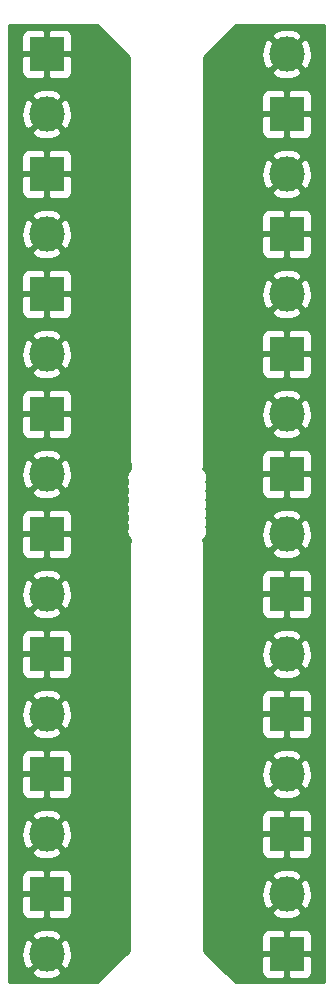
<source format=gbl>
G04 #@! TF.GenerationSoftware,KiCad,Pcbnew,6.0.9-8da3e8f707~116~ubuntu20.04.1*
G04 #@! TF.CreationDate,2023-04-19T17:44:35+00:00*
G04 #@! TF.ProjectId,LEC030201,4c454330-3330-4323-9031-2e6b69636164,rev?*
G04 #@! TF.SameCoordinates,Original*
G04 #@! TF.FileFunction,Copper,L2,Bot*
G04 #@! TF.FilePolarity,Positive*
%FSLAX46Y46*%
G04 Gerber Fmt 4.6, Leading zero omitted, Abs format (unit mm)*
G04 Created by KiCad (PCBNEW 6.0.9-8da3e8f707~116~ubuntu20.04.1) date 2023-04-19 17:44:35*
%MOMM*%
%LPD*%
G01*
G04 APERTURE LIST*
G04 #@! TA.AperFunction,ComponentPad*
%ADD10R,3.000000X3.000000*%
G04 #@! TD*
G04 #@! TA.AperFunction,ComponentPad*
%ADD11C,3.000000*%
G04 #@! TD*
G04 #@! TA.AperFunction,Conductor*
%ADD12C,0.254000*%
G04 #@! TD*
G04 APERTURE END LIST*
D10*
G04 #@! TO.P,J9,1*
G04 #@! TO.N,/blue*
X203200000Y-134620000D03*
D11*
G04 #@! TO.P,J9,2*
X203200000Y-129540000D03*
G04 #@! TD*
D10*
G04 #@! TO.P,J10,1*
G04 #@! TO.N,/blue*
X203200000Y-124460000D03*
D11*
G04 #@! TO.P,J10,2*
X203200000Y-119380000D03*
G04 #@! TD*
D10*
G04 #@! TO.P,J11,1*
G04 #@! TO.N,/blue*
X203200000Y-114300000D03*
D11*
G04 #@! TO.P,J11,2*
X203200000Y-109220000D03*
G04 #@! TD*
D10*
G04 #@! TO.P,J12,1*
G04 #@! TO.N,/blue*
X203200000Y-104140000D03*
D11*
G04 #@! TO.P,J12,2*
X203200000Y-99060000D03*
G04 #@! TD*
D10*
G04 #@! TO.P,J2,1*
G04 #@! TO.N,/green*
X182880000Y-78740000D03*
D11*
G04 #@! TO.P,J2,2*
X182880000Y-83820000D03*
G04 #@! TD*
D10*
G04 #@! TO.P,J1,1*
G04 #@! TO.N,/green*
X182880000Y-68580000D03*
D11*
G04 #@! TO.P,J1,2*
X182880000Y-73660000D03*
G04 #@! TD*
D10*
G04 #@! TO.P,J4,1*
G04 #@! TO.N,/green*
X182880000Y-88900000D03*
D11*
G04 #@! TO.P,J4,2*
X182880000Y-93980000D03*
G04 #@! TD*
D10*
G04 #@! TO.P,J3,1*
G04 #@! TO.N,/green*
X182880000Y-58420000D03*
D11*
G04 #@! TO.P,J3,2*
X182880000Y-63500000D03*
G04 #@! TD*
D10*
G04 #@! TO.P,J5,1*
G04 #@! TO.N,/green*
X182880000Y-99060000D03*
D11*
G04 #@! TO.P,J5,2*
X182880000Y-104140000D03*
G04 #@! TD*
D10*
G04 #@! TO.P,J6,1*
G04 #@! TO.N,/green*
X182880000Y-109220000D03*
D11*
G04 #@! TO.P,J6,2*
X182880000Y-114300000D03*
G04 #@! TD*
D10*
G04 #@! TO.P,J7,1*
G04 #@! TO.N,/green*
X182880000Y-119380000D03*
D11*
G04 #@! TO.P,J7,2*
X182880000Y-124460000D03*
G04 #@! TD*
D10*
G04 #@! TO.P,J8,1*
G04 #@! TO.N,/green*
X182880000Y-129540000D03*
D11*
G04 #@! TO.P,J8,2*
X182880000Y-134620000D03*
G04 #@! TD*
D10*
G04 #@! TO.P,J13,1*
G04 #@! TO.N,/blue*
X203200000Y-93980000D03*
D11*
G04 #@! TO.P,J13,2*
X203200000Y-88900000D03*
G04 #@! TD*
D10*
G04 #@! TO.P,J14,1*
G04 #@! TO.N,/blue*
X203200000Y-83820000D03*
D11*
G04 #@! TO.P,J14,2*
X203200000Y-78740000D03*
G04 #@! TD*
D10*
G04 #@! TO.P,J15,1*
G04 #@! TO.N,/blue*
X203200000Y-73660000D03*
D11*
G04 #@! TO.P,J15,2*
X203200000Y-68580000D03*
G04 #@! TD*
D10*
G04 #@! TO.P,J16,1*
G04 #@! TO.N,/blue*
X203200000Y-63500000D03*
D11*
G04 #@! TO.P,J16,2*
X203200000Y-58420000D03*
G04 #@! TD*
G04 #@! TO.N,/blue*
D12*
X206350001Y-137033000D02*
X198926381Y-137033000D01*
X198013381Y-136120000D01*
X201061928Y-136120000D01*
X201074188Y-136244482D01*
X201110498Y-136364180D01*
X201169463Y-136474494D01*
X201248815Y-136571185D01*
X201345506Y-136650537D01*
X201455820Y-136709502D01*
X201575518Y-136745812D01*
X201700000Y-136758072D01*
X202914250Y-136755000D01*
X203073000Y-136596250D01*
X203073000Y-134747000D01*
X203327000Y-134747000D01*
X203327000Y-136596250D01*
X203485750Y-136755000D01*
X204700000Y-136758072D01*
X204824482Y-136745812D01*
X204944180Y-136709502D01*
X205054494Y-136650537D01*
X205151185Y-136571185D01*
X205230537Y-136474494D01*
X205289502Y-136364180D01*
X205325812Y-136244482D01*
X205338072Y-136120000D01*
X205335000Y-134905750D01*
X205176250Y-134747000D01*
X203327000Y-134747000D01*
X203073000Y-134747000D01*
X201223750Y-134747000D01*
X201065000Y-134905750D01*
X201061928Y-136120000D01*
X198013381Y-136120000D01*
X196240000Y-134346620D01*
X196240000Y-133120000D01*
X201061928Y-133120000D01*
X201065000Y-134334250D01*
X201223750Y-134493000D01*
X203073000Y-134493000D01*
X203073000Y-132643750D01*
X203327000Y-132643750D01*
X203327000Y-134493000D01*
X205176250Y-134493000D01*
X205335000Y-134334250D01*
X205338072Y-133120000D01*
X205325812Y-132995518D01*
X205289502Y-132875820D01*
X205230537Y-132765506D01*
X205151185Y-132668815D01*
X205054494Y-132589463D01*
X204944180Y-132530498D01*
X204824482Y-132494188D01*
X204700000Y-132481928D01*
X203485750Y-132485000D01*
X203327000Y-132643750D01*
X203073000Y-132643750D01*
X202914250Y-132485000D01*
X201700000Y-132481928D01*
X201575518Y-132494188D01*
X201455820Y-132530498D01*
X201345506Y-132589463D01*
X201248815Y-132668815D01*
X201169463Y-132765506D01*
X201110498Y-132875820D01*
X201074188Y-132995518D01*
X201061928Y-133120000D01*
X196240000Y-133120000D01*
X196240000Y-131031653D01*
X201887952Y-131031653D01*
X202043962Y-131347214D01*
X202418745Y-131538020D01*
X202823551Y-131652044D01*
X203242824Y-131684902D01*
X203660451Y-131635334D01*
X204060383Y-131505243D01*
X204356038Y-131347214D01*
X204512048Y-131031653D01*
X203200000Y-129719605D01*
X201887952Y-131031653D01*
X196240000Y-131031653D01*
X196240000Y-129582824D01*
X201055098Y-129582824D01*
X201104666Y-130000451D01*
X201234757Y-130400383D01*
X201392786Y-130696038D01*
X201708347Y-130852048D01*
X203020395Y-129540000D01*
X203379605Y-129540000D01*
X204691653Y-130852048D01*
X205007214Y-130696038D01*
X205198020Y-130321255D01*
X205312044Y-129916449D01*
X205344902Y-129497176D01*
X205295334Y-129079549D01*
X205165243Y-128679617D01*
X205007214Y-128383962D01*
X204691653Y-128227952D01*
X203379605Y-129540000D01*
X203020395Y-129540000D01*
X201708347Y-128227952D01*
X201392786Y-128383962D01*
X201201980Y-128758745D01*
X201087956Y-129163551D01*
X201055098Y-129582824D01*
X196240000Y-129582824D01*
X196240000Y-128048347D01*
X201887952Y-128048347D01*
X203200000Y-129360395D01*
X204512048Y-128048347D01*
X204356038Y-127732786D01*
X203981255Y-127541980D01*
X203576449Y-127427956D01*
X203157176Y-127395098D01*
X202739549Y-127444666D01*
X202339617Y-127574757D01*
X202043962Y-127732786D01*
X201887952Y-128048347D01*
X196240000Y-128048347D01*
X196240000Y-125960000D01*
X201061928Y-125960000D01*
X201074188Y-126084482D01*
X201110498Y-126204180D01*
X201169463Y-126314494D01*
X201248815Y-126411185D01*
X201345506Y-126490537D01*
X201455820Y-126549502D01*
X201575518Y-126585812D01*
X201700000Y-126598072D01*
X202914250Y-126595000D01*
X203073000Y-126436250D01*
X203073000Y-124587000D01*
X203327000Y-124587000D01*
X203327000Y-126436250D01*
X203485750Y-126595000D01*
X204700000Y-126598072D01*
X204824482Y-126585812D01*
X204944180Y-126549502D01*
X205054494Y-126490537D01*
X205151185Y-126411185D01*
X205230537Y-126314494D01*
X205289502Y-126204180D01*
X205325812Y-126084482D01*
X205338072Y-125960000D01*
X205335000Y-124745750D01*
X205176250Y-124587000D01*
X203327000Y-124587000D01*
X203073000Y-124587000D01*
X201223750Y-124587000D01*
X201065000Y-124745750D01*
X201061928Y-125960000D01*
X196240000Y-125960000D01*
X196240000Y-122960000D01*
X201061928Y-122960000D01*
X201065000Y-124174250D01*
X201223750Y-124333000D01*
X203073000Y-124333000D01*
X203073000Y-122483750D01*
X203327000Y-122483750D01*
X203327000Y-124333000D01*
X205176250Y-124333000D01*
X205335000Y-124174250D01*
X205338072Y-122960000D01*
X205325812Y-122835518D01*
X205289502Y-122715820D01*
X205230537Y-122605506D01*
X205151185Y-122508815D01*
X205054494Y-122429463D01*
X204944180Y-122370498D01*
X204824482Y-122334188D01*
X204700000Y-122321928D01*
X203485750Y-122325000D01*
X203327000Y-122483750D01*
X203073000Y-122483750D01*
X202914250Y-122325000D01*
X201700000Y-122321928D01*
X201575518Y-122334188D01*
X201455820Y-122370498D01*
X201345506Y-122429463D01*
X201248815Y-122508815D01*
X201169463Y-122605506D01*
X201110498Y-122715820D01*
X201074188Y-122835518D01*
X201061928Y-122960000D01*
X196240000Y-122960000D01*
X196240000Y-120871653D01*
X201887952Y-120871653D01*
X202043962Y-121187214D01*
X202418745Y-121378020D01*
X202823551Y-121492044D01*
X203242824Y-121524902D01*
X203660451Y-121475334D01*
X204060383Y-121345243D01*
X204356038Y-121187214D01*
X204512048Y-120871653D01*
X203200000Y-119559605D01*
X201887952Y-120871653D01*
X196240000Y-120871653D01*
X196240000Y-119422824D01*
X201055098Y-119422824D01*
X201104666Y-119840451D01*
X201234757Y-120240383D01*
X201392786Y-120536038D01*
X201708347Y-120692048D01*
X203020395Y-119380000D01*
X203379605Y-119380000D01*
X204691653Y-120692048D01*
X205007214Y-120536038D01*
X205198020Y-120161255D01*
X205312044Y-119756449D01*
X205344902Y-119337176D01*
X205295334Y-118919549D01*
X205165243Y-118519617D01*
X205007214Y-118223962D01*
X204691653Y-118067952D01*
X203379605Y-119380000D01*
X203020395Y-119380000D01*
X201708347Y-118067952D01*
X201392786Y-118223962D01*
X201201980Y-118598745D01*
X201087956Y-119003551D01*
X201055098Y-119422824D01*
X196240000Y-119422824D01*
X196240000Y-117888347D01*
X201887952Y-117888347D01*
X203200000Y-119200395D01*
X204512048Y-117888347D01*
X204356038Y-117572786D01*
X203981255Y-117381980D01*
X203576449Y-117267956D01*
X203157176Y-117235098D01*
X202739549Y-117284666D01*
X202339617Y-117414757D01*
X202043962Y-117572786D01*
X201887952Y-117888347D01*
X196240000Y-117888347D01*
X196240000Y-115800000D01*
X201061928Y-115800000D01*
X201074188Y-115924482D01*
X201110498Y-116044180D01*
X201169463Y-116154494D01*
X201248815Y-116251185D01*
X201345506Y-116330537D01*
X201455820Y-116389502D01*
X201575518Y-116425812D01*
X201700000Y-116438072D01*
X202914250Y-116435000D01*
X203073000Y-116276250D01*
X203073000Y-114427000D01*
X203327000Y-114427000D01*
X203327000Y-116276250D01*
X203485750Y-116435000D01*
X204700000Y-116438072D01*
X204824482Y-116425812D01*
X204944180Y-116389502D01*
X205054494Y-116330537D01*
X205151185Y-116251185D01*
X205230537Y-116154494D01*
X205289502Y-116044180D01*
X205325812Y-115924482D01*
X205338072Y-115800000D01*
X205335000Y-114585750D01*
X205176250Y-114427000D01*
X203327000Y-114427000D01*
X203073000Y-114427000D01*
X201223750Y-114427000D01*
X201065000Y-114585750D01*
X201061928Y-115800000D01*
X196240000Y-115800000D01*
X196240000Y-112800000D01*
X201061928Y-112800000D01*
X201065000Y-114014250D01*
X201223750Y-114173000D01*
X203073000Y-114173000D01*
X203073000Y-112323750D01*
X203327000Y-112323750D01*
X203327000Y-114173000D01*
X205176250Y-114173000D01*
X205335000Y-114014250D01*
X205338072Y-112800000D01*
X205325812Y-112675518D01*
X205289502Y-112555820D01*
X205230537Y-112445506D01*
X205151185Y-112348815D01*
X205054494Y-112269463D01*
X204944180Y-112210498D01*
X204824482Y-112174188D01*
X204700000Y-112161928D01*
X203485750Y-112165000D01*
X203327000Y-112323750D01*
X203073000Y-112323750D01*
X202914250Y-112165000D01*
X201700000Y-112161928D01*
X201575518Y-112174188D01*
X201455820Y-112210498D01*
X201345506Y-112269463D01*
X201248815Y-112348815D01*
X201169463Y-112445506D01*
X201110498Y-112555820D01*
X201074188Y-112675518D01*
X201061928Y-112800000D01*
X196240000Y-112800000D01*
X196240000Y-110711653D01*
X201887952Y-110711653D01*
X202043962Y-111027214D01*
X202418745Y-111218020D01*
X202823551Y-111332044D01*
X203242824Y-111364902D01*
X203660451Y-111315334D01*
X204060383Y-111185243D01*
X204356038Y-111027214D01*
X204512048Y-110711653D01*
X203200000Y-109399605D01*
X201887952Y-110711653D01*
X196240000Y-110711653D01*
X196240000Y-109262824D01*
X201055098Y-109262824D01*
X201104666Y-109680451D01*
X201234757Y-110080383D01*
X201392786Y-110376038D01*
X201708347Y-110532048D01*
X203020395Y-109220000D01*
X203379605Y-109220000D01*
X204691653Y-110532048D01*
X205007214Y-110376038D01*
X205198020Y-110001255D01*
X205312044Y-109596449D01*
X205344902Y-109177176D01*
X205295334Y-108759549D01*
X205165243Y-108359617D01*
X205007214Y-108063962D01*
X204691653Y-107907952D01*
X203379605Y-109220000D01*
X203020395Y-109220000D01*
X201708347Y-107907952D01*
X201392786Y-108063962D01*
X201201980Y-108438745D01*
X201087956Y-108843551D01*
X201055098Y-109262824D01*
X196240000Y-109262824D01*
X196240000Y-107728347D01*
X201887952Y-107728347D01*
X203200000Y-109040395D01*
X204512048Y-107728347D01*
X204356038Y-107412786D01*
X203981255Y-107221980D01*
X203576449Y-107107956D01*
X203157176Y-107075098D01*
X202739549Y-107124666D01*
X202339617Y-107254757D01*
X202043962Y-107412786D01*
X201887952Y-107728347D01*
X196240000Y-107728347D01*
X196240000Y-105640000D01*
X201061928Y-105640000D01*
X201074188Y-105764482D01*
X201110498Y-105884180D01*
X201169463Y-105994494D01*
X201248815Y-106091185D01*
X201345506Y-106170537D01*
X201455820Y-106229502D01*
X201575518Y-106265812D01*
X201700000Y-106278072D01*
X202914250Y-106275000D01*
X203073000Y-106116250D01*
X203073000Y-104267000D01*
X203327000Y-104267000D01*
X203327000Y-106116250D01*
X203485750Y-106275000D01*
X204700000Y-106278072D01*
X204824482Y-106265812D01*
X204944180Y-106229502D01*
X205054494Y-106170537D01*
X205151185Y-106091185D01*
X205230537Y-105994494D01*
X205289502Y-105884180D01*
X205325812Y-105764482D01*
X205338072Y-105640000D01*
X205335000Y-104425750D01*
X205176250Y-104267000D01*
X203327000Y-104267000D01*
X203073000Y-104267000D01*
X201223750Y-104267000D01*
X201065000Y-104425750D01*
X201061928Y-105640000D01*
X196240000Y-105640000D01*
X196240000Y-102640000D01*
X201061928Y-102640000D01*
X201065000Y-103854250D01*
X201223750Y-104013000D01*
X203073000Y-104013000D01*
X203073000Y-102163750D01*
X203327000Y-102163750D01*
X203327000Y-104013000D01*
X205176250Y-104013000D01*
X205335000Y-103854250D01*
X205338072Y-102640000D01*
X205325812Y-102515518D01*
X205289502Y-102395820D01*
X205230537Y-102285506D01*
X205151185Y-102188815D01*
X205054494Y-102109463D01*
X204944180Y-102050498D01*
X204824482Y-102014188D01*
X204700000Y-102001928D01*
X203485750Y-102005000D01*
X203327000Y-102163750D01*
X203073000Y-102163750D01*
X202914250Y-102005000D01*
X201700000Y-102001928D01*
X201575518Y-102014188D01*
X201455820Y-102050498D01*
X201345506Y-102109463D01*
X201248815Y-102188815D01*
X201169463Y-102285506D01*
X201110498Y-102395820D01*
X201074188Y-102515518D01*
X201061928Y-102640000D01*
X196240000Y-102640000D01*
X196240000Y-100551653D01*
X201887952Y-100551653D01*
X202043962Y-100867214D01*
X202418745Y-101058020D01*
X202823551Y-101172044D01*
X203242824Y-101204902D01*
X203660451Y-101155334D01*
X204060383Y-101025243D01*
X204356038Y-100867214D01*
X204512048Y-100551653D01*
X203200000Y-99239605D01*
X201887952Y-100551653D01*
X196240000Y-100551653D01*
X196240000Y-100297581D01*
X196239773Y-100295281D01*
X196239736Y-100289921D01*
X196236602Y-100260107D01*
X196236602Y-100230132D01*
X196235639Y-100220967D01*
X196180382Y-99728335D01*
X196167946Y-99669827D01*
X196156326Y-99611142D01*
X196153601Y-99602339D01*
X196123441Y-99507264D01*
X196144155Y-99493424D01*
X196267424Y-99370155D01*
X196364277Y-99225205D01*
X196414968Y-99102824D01*
X201055098Y-99102824D01*
X201104666Y-99520451D01*
X201234757Y-99920383D01*
X201392786Y-100216038D01*
X201708347Y-100372048D01*
X203020395Y-99060000D01*
X203379605Y-99060000D01*
X204691653Y-100372048D01*
X205007214Y-100216038D01*
X205198020Y-99841255D01*
X205312044Y-99436449D01*
X205344902Y-99017176D01*
X205295334Y-98599549D01*
X205165243Y-98199617D01*
X205007214Y-97903962D01*
X204691653Y-97747952D01*
X203379605Y-99060000D01*
X203020395Y-99060000D01*
X201708347Y-97747952D01*
X201392786Y-97903962D01*
X201201980Y-98278745D01*
X201087956Y-98683551D01*
X201055098Y-99102824D01*
X196414968Y-99102824D01*
X196430990Y-99064145D01*
X196465000Y-98893165D01*
X196465000Y-98718835D01*
X196430990Y-98547855D01*
X196380102Y-98425000D01*
X196430990Y-98302145D01*
X196465000Y-98131165D01*
X196465000Y-97956835D01*
X196430990Y-97785855D01*
X196380102Y-97663000D01*
X196419308Y-97568347D01*
X201887952Y-97568347D01*
X203200000Y-98880395D01*
X204512048Y-97568347D01*
X204356038Y-97252786D01*
X203981255Y-97061980D01*
X203576449Y-96947956D01*
X203157176Y-96915098D01*
X202739549Y-96964666D01*
X202339617Y-97094757D01*
X202043962Y-97252786D01*
X201887952Y-97568347D01*
X196419308Y-97568347D01*
X196430990Y-97540145D01*
X196465000Y-97369165D01*
X196465000Y-97194835D01*
X196430990Y-97023855D01*
X196380102Y-96901000D01*
X196430990Y-96778145D01*
X196465000Y-96607165D01*
X196465000Y-96432835D01*
X196430990Y-96261855D01*
X196380102Y-96139000D01*
X196430990Y-96016145D01*
X196465000Y-95845165D01*
X196465000Y-95670835D01*
X196430990Y-95499855D01*
X196422766Y-95480000D01*
X201061928Y-95480000D01*
X201074188Y-95604482D01*
X201110498Y-95724180D01*
X201169463Y-95834494D01*
X201248815Y-95931185D01*
X201345506Y-96010537D01*
X201455820Y-96069502D01*
X201575518Y-96105812D01*
X201700000Y-96118072D01*
X202914250Y-96115000D01*
X203073000Y-95956250D01*
X203073000Y-94107000D01*
X203327000Y-94107000D01*
X203327000Y-95956250D01*
X203485750Y-96115000D01*
X204700000Y-96118072D01*
X204824482Y-96105812D01*
X204944180Y-96069502D01*
X205054494Y-96010537D01*
X205151185Y-95931185D01*
X205230537Y-95834494D01*
X205289502Y-95724180D01*
X205325812Y-95604482D01*
X205338072Y-95480000D01*
X205335000Y-94265750D01*
X205176250Y-94107000D01*
X203327000Y-94107000D01*
X203073000Y-94107000D01*
X201223750Y-94107000D01*
X201065000Y-94265750D01*
X201061928Y-95480000D01*
X196422766Y-95480000D01*
X196380102Y-95377000D01*
X196430990Y-95254145D01*
X196465000Y-95083165D01*
X196465000Y-94908835D01*
X196430990Y-94737855D01*
X196380102Y-94615000D01*
X196430990Y-94492145D01*
X196465000Y-94321165D01*
X196465000Y-94146835D01*
X196430990Y-93975855D01*
X196364277Y-93814795D01*
X196267424Y-93669845D01*
X196144155Y-93546576D01*
X196121913Y-93531715D01*
X196163457Y-93394115D01*
X196175074Y-93335442D01*
X196187513Y-93276925D01*
X196188476Y-93267760D01*
X196236850Y-92774405D01*
X196236850Y-92774402D01*
X196240000Y-92742419D01*
X196240000Y-92480000D01*
X201061928Y-92480000D01*
X201065000Y-93694250D01*
X201223750Y-93853000D01*
X203073000Y-93853000D01*
X203073000Y-92003750D01*
X203327000Y-92003750D01*
X203327000Y-93853000D01*
X205176250Y-93853000D01*
X205335000Y-93694250D01*
X205338072Y-92480000D01*
X205325812Y-92355518D01*
X205289502Y-92235820D01*
X205230537Y-92125506D01*
X205151185Y-92028815D01*
X205054494Y-91949463D01*
X204944180Y-91890498D01*
X204824482Y-91854188D01*
X204700000Y-91841928D01*
X203485750Y-91845000D01*
X203327000Y-92003750D01*
X203073000Y-92003750D01*
X202914250Y-91845000D01*
X201700000Y-91841928D01*
X201575518Y-91854188D01*
X201455820Y-91890498D01*
X201345506Y-91949463D01*
X201248815Y-92028815D01*
X201169463Y-92125506D01*
X201110498Y-92235820D01*
X201074188Y-92355518D01*
X201061928Y-92480000D01*
X196240000Y-92480000D01*
X196240000Y-90391653D01*
X201887952Y-90391653D01*
X202043962Y-90707214D01*
X202418745Y-90898020D01*
X202823551Y-91012044D01*
X203242824Y-91044902D01*
X203660451Y-90995334D01*
X204060383Y-90865243D01*
X204356038Y-90707214D01*
X204512048Y-90391653D01*
X203200000Y-89079605D01*
X201887952Y-90391653D01*
X196240000Y-90391653D01*
X196240000Y-88942824D01*
X201055098Y-88942824D01*
X201104666Y-89360451D01*
X201234757Y-89760383D01*
X201392786Y-90056038D01*
X201708347Y-90212048D01*
X203020395Y-88900000D01*
X203379605Y-88900000D01*
X204691653Y-90212048D01*
X205007214Y-90056038D01*
X205198020Y-89681255D01*
X205312044Y-89276449D01*
X205344902Y-88857176D01*
X205295334Y-88439549D01*
X205165243Y-88039617D01*
X205007214Y-87743962D01*
X204691653Y-87587952D01*
X203379605Y-88900000D01*
X203020395Y-88900000D01*
X201708347Y-87587952D01*
X201392786Y-87743962D01*
X201201980Y-88118745D01*
X201087956Y-88523551D01*
X201055098Y-88942824D01*
X196240000Y-88942824D01*
X196240000Y-87408347D01*
X201887952Y-87408347D01*
X203200000Y-88720395D01*
X204512048Y-87408347D01*
X204356038Y-87092786D01*
X203981255Y-86901980D01*
X203576449Y-86787956D01*
X203157176Y-86755098D01*
X202739549Y-86804666D01*
X202339617Y-86934757D01*
X202043962Y-87092786D01*
X201887952Y-87408347D01*
X196240000Y-87408347D01*
X196240000Y-85320000D01*
X201061928Y-85320000D01*
X201074188Y-85444482D01*
X201110498Y-85564180D01*
X201169463Y-85674494D01*
X201248815Y-85771185D01*
X201345506Y-85850537D01*
X201455820Y-85909502D01*
X201575518Y-85945812D01*
X201700000Y-85958072D01*
X202914250Y-85955000D01*
X203073000Y-85796250D01*
X203073000Y-83947000D01*
X203327000Y-83947000D01*
X203327000Y-85796250D01*
X203485750Y-85955000D01*
X204700000Y-85958072D01*
X204824482Y-85945812D01*
X204944180Y-85909502D01*
X205054494Y-85850537D01*
X205151185Y-85771185D01*
X205230537Y-85674494D01*
X205289502Y-85564180D01*
X205325812Y-85444482D01*
X205338072Y-85320000D01*
X205335000Y-84105750D01*
X205176250Y-83947000D01*
X203327000Y-83947000D01*
X203073000Y-83947000D01*
X201223750Y-83947000D01*
X201065000Y-84105750D01*
X201061928Y-85320000D01*
X196240000Y-85320000D01*
X196240000Y-82320000D01*
X201061928Y-82320000D01*
X201065000Y-83534250D01*
X201223750Y-83693000D01*
X203073000Y-83693000D01*
X203073000Y-81843750D01*
X203327000Y-81843750D01*
X203327000Y-83693000D01*
X205176250Y-83693000D01*
X205335000Y-83534250D01*
X205338072Y-82320000D01*
X205325812Y-82195518D01*
X205289502Y-82075820D01*
X205230537Y-81965506D01*
X205151185Y-81868815D01*
X205054494Y-81789463D01*
X204944180Y-81730498D01*
X204824482Y-81694188D01*
X204700000Y-81681928D01*
X203485750Y-81685000D01*
X203327000Y-81843750D01*
X203073000Y-81843750D01*
X202914250Y-81685000D01*
X201700000Y-81681928D01*
X201575518Y-81694188D01*
X201455820Y-81730498D01*
X201345506Y-81789463D01*
X201248815Y-81868815D01*
X201169463Y-81965506D01*
X201110498Y-82075820D01*
X201074188Y-82195518D01*
X201061928Y-82320000D01*
X196240000Y-82320000D01*
X196240000Y-80231653D01*
X201887952Y-80231653D01*
X202043962Y-80547214D01*
X202418745Y-80738020D01*
X202823551Y-80852044D01*
X203242824Y-80884902D01*
X203660451Y-80835334D01*
X204060383Y-80705243D01*
X204356038Y-80547214D01*
X204512048Y-80231653D01*
X203200000Y-78919605D01*
X201887952Y-80231653D01*
X196240000Y-80231653D01*
X196240000Y-78782824D01*
X201055098Y-78782824D01*
X201104666Y-79200451D01*
X201234757Y-79600383D01*
X201392786Y-79896038D01*
X201708347Y-80052048D01*
X203020395Y-78740000D01*
X203379605Y-78740000D01*
X204691653Y-80052048D01*
X205007214Y-79896038D01*
X205198020Y-79521255D01*
X205312044Y-79116449D01*
X205344902Y-78697176D01*
X205295334Y-78279549D01*
X205165243Y-77879617D01*
X205007214Y-77583962D01*
X204691653Y-77427952D01*
X203379605Y-78740000D01*
X203020395Y-78740000D01*
X201708347Y-77427952D01*
X201392786Y-77583962D01*
X201201980Y-77958745D01*
X201087956Y-78363551D01*
X201055098Y-78782824D01*
X196240000Y-78782824D01*
X196240000Y-77248347D01*
X201887952Y-77248347D01*
X203200000Y-78560395D01*
X204512048Y-77248347D01*
X204356038Y-76932786D01*
X203981255Y-76741980D01*
X203576449Y-76627956D01*
X203157176Y-76595098D01*
X202739549Y-76644666D01*
X202339617Y-76774757D01*
X202043962Y-76932786D01*
X201887952Y-77248347D01*
X196240000Y-77248347D01*
X196240000Y-75160000D01*
X201061928Y-75160000D01*
X201074188Y-75284482D01*
X201110498Y-75404180D01*
X201169463Y-75514494D01*
X201248815Y-75611185D01*
X201345506Y-75690537D01*
X201455820Y-75749502D01*
X201575518Y-75785812D01*
X201700000Y-75798072D01*
X202914250Y-75795000D01*
X203073000Y-75636250D01*
X203073000Y-73787000D01*
X203327000Y-73787000D01*
X203327000Y-75636250D01*
X203485750Y-75795000D01*
X204700000Y-75798072D01*
X204824482Y-75785812D01*
X204944180Y-75749502D01*
X205054494Y-75690537D01*
X205151185Y-75611185D01*
X205230537Y-75514494D01*
X205289502Y-75404180D01*
X205325812Y-75284482D01*
X205338072Y-75160000D01*
X205335000Y-73945750D01*
X205176250Y-73787000D01*
X203327000Y-73787000D01*
X203073000Y-73787000D01*
X201223750Y-73787000D01*
X201065000Y-73945750D01*
X201061928Y-75160000D01*
X196240000Y-75160000D01*
X196240000Y-72160000D01*
X201061928Y-72160000D01*
X201065000Y-73374250D01*
X201223750Y-73533000D01*
X203073000Y-73533000D01*
X203073000Y-71683750D01*
X203327000Y-71683750D01*
X203327000Y-73533000D01*
X205176250Y-73533000D01*
X205335000Y-73374250D01*
X205338072Y-72160000D01*
X205325812Y-72035518D01*
X205289502Y-71915820D01*
X205230537Y-71805506D01*
X205151185Y-71708815D01*
X205054494Y-71629463D01*
X204944180Y-71570498D01*
X204824482Y-71534188D01*
X204700000Y-71521928D01*
X203485750Y-71525000D01*
X203327000Y-71683750D01*
X203073000Y-71683750D01*
X202914250Y-71525000D01*
X201700000Y-71521928D01*
X201575518Y-71534188D01*
X201455820Y-71570498D01*
X201345506Y-71629463D01*
X201248815Y-71708815D01*
X201169463Y-71805506D01*
X201110498Y-71915820D01*
X201074188Y-72035518D01*
X201061928Y-72160000D01*
X196240000Y-72160000D01*
X196240000Y-70071653D01*
X201887952Y-70071653D01*
X202043962Y-70387214D01*
X202418745Y-70578020D01*
X202823551Y-70692044D01*
X203242824Y-70724902D01*
X203660451Y-70675334D01*
X204060383Y-70545243D01*
X204356038Y-70387214D01*
X204512048Y-70071653D01*
X203200000Y-68759605D01*
X201887952Y-70071653D01*
X196240000Y-70071653D01*
X196240000Y-68622824D01*
X201055098Y-68622824D01*
X201104666Y-69040451D01*
X201234757Y-69440383D01*
X201392786Y-69736038D01*
X201708347Y-69892048D01*
X203020395Y-68580000D01*
X203379605Y-68580000D01*
X204691653Y-69892048D01*
X205007214Y-69736038D01*
X205198020Y-69361255D01*
X205312044Y-68956449D01*
X205344902Y-68537176D01*
X205295334Y-68119549D01*
X205165243Y-67719617D01*
X205007214Y-67423962D01*
X204691653Y-67267952D01*
X203379605Y-68580000D01*
X203020395Y-68580000D01*
X201708347Y-67267952D01*
X201392786Y-67423962D01*
X201201980Y-67798745D01*
X201087956Y-68203551D01*
X201055098Y-68622824D01*
X196240000Y-68622824D01*
X196240000Y-67088347D01*
X201887952Y-67088347D01*
X203200000Y-68400395D01*
X204512048Y-67088347D01*
X204356038Y-66772786D01*
X203981255Y-66581980D01*
X203576449Y-66467956D01*
X203157176Y-66435098D01*
X202739549Y-66484666D01*
X202339617Y-66614757D01*
X202043962Y-66772786D01*
X201887952Y-67088347D01*
X196240000Y-67088347D01*
X196240000Y-65000000D01*
X201061928Y-65000000D01*
X201074188Y-65124482D01*
X201110498Y-65244180D01*
X201169463Y-65354494D01*
X201248815Y-65451185D01*
X201345506Y-65530537D01*
X201455820Y-65589502D01*
X201575518Y-65625812D01*
X201700000Y-65638072D01*
X202914250Y-65635000D01*
X203073000Y-65476250D01*
X203073000Y-63627000D01*
X203327000Y-63627000D01*
X203327000Y-65476250D01*
X203485750Y-65635000D01*
X204700000Y-65638072D01*
X204824482Y-65625812D01*
X204944180Y-65589502D01*
X205054494Y-65530537D01*
X205151185Y-65451185D01*
X205230537Y-65354494D01*
X205289502Y-65244180D01*
X205325812Y-65124482D01*
X205338072Y-65000000D01*
X205335000Y-63785750D01*
X205176250Y-63627000D01*
X203327000Y-63627000D01*
X203073000Y-63627000D01*
X201223750Y-63627000D01*
X201065000Y-63785750D01*
X201061928Y-65000000D01*
X196240000Y-65000000D01*
X196240000Y-62000000D01*
X201061928Y-62000000D01*
X201065000Y-63214250D01*
X201223750Y-63373000D01*
X203073000Y-63373000D01*
X203073000Y-61523750D01*
X203327000Y-61523750D01*
X203327000Y-63373000D01*
X205176250Y-63373000D01*
X205335000Y-63214250D01*
X205338072Y-62000000D01*
X205325812Y-61875518D01*
X205289502Y-61755820D01*
X205230537Y-61645506D01*
X205151185Y-61548815D01*
X205054494Y-61469463D01*
X204944180Y-61410498D01*
X204824482Y-61374188D01*
X204700000Y-61361928D01*
X203485750Y-61365000D01*
X203327000Y-61523750D01*
X203073000Y-61523750D01*
X202914250Y-61365000D01*
X201700000Y-61361928D01*
X201575518Y-61374188D01*
X201455820Y-61410498D01*
X201345506Y-61469463D01*
X201248815Y-61548815D01*
X201169463Y-61645506D01*
X201110498Y-61755820D01*
X201074188Y-61875518D01*
X201061928Y-62000000D01*
X196240000Y-62000000D01*
X196240000Y-59911653D01*
X201887952Y-59911653D01*
X202043962Y-60227214D01*
X202418745Y-60418020D01*
X202823551Y-60532044D01*
X203242824Y-60564902D01*
X203660451Y-60515334D01*
X204060383Y-60385243D01*
X204356038Y-60227214D01*
X204512048Y-59911653D01*
X203200000Y-58599605D01*
X201887952Y-59911653D01*
X196240000Y-59911653D01*
X196240000Y-58693380D01*
X196470556Y-58462824D01*
X201055098Y-58462824D01*
X201104666Y-58880451D01*
X201234757Y-59280383D01*
X201392786Y-59576038D01*
X201708347Y-59732048D01*
X203020395Y-58420000D01*
X203379605Y-58420000D01*
X204691653Y-59732048D01*
X205007214Y-59576038D01*
X205198020Y-59201255D01*
X205312044Y-58796449D01*
X205344902Y-58377176D01*
X205295334Y-57959549D01*
X205165243Y-57559617D01*
X205007214Y-57263962D01*
X204691653Y-57107952D01*
X203379605Y-58420000D01*
X203020395Y-58420000D01*
X201708347Y-57107952D01*
X201392786Y-57263962D01*
X201201980Y-57638745D01*
X201087956Y-58043551D01*
X201055098Y-58462824D01*
X196470556Y-58462824D01*
X198005033Y-56928347D01*
X201887952Y-56928347D01*
X203200000Y-58240395D01*
X204512048Y-56928347D01*
X204356038Y-56612786D01*
X203981255Y-56421980D01*
X203576449Y-56307956D01*
X203157176Y-56275098D01*
X202739549Y-56324666D01*
X202339617Y-56454757D01*
X202043962Y-56612786D01*
X201887952Y-56928347D01*
X198005033Y-56928347D01*
X198926381Y-56007000D01*
X206350000Y-56007000D01*
X206350001Y-137033000D01*
X206350001Y-137033000D02*
X206350000Y-56007000D01*
G04 #@! TA.AperFunction,Conductor*
G36*
X206350001Y-137033000D02*
G01*
X198926381Y-137033000D01*
X198013381Y-136120000D01*
X201061928Y-136120000D01*
X201074188Y-136244482D01*
X201110498Y-136364180D01*
X201169463Y-136474494D01*
X201248815Y-136571185D01*
X201345506Y-136650537D01*
X201455820Y-136709502D01*
X201575518Y-136745812D01*
X201700000Y-136758072D01*
X202914250Y-136755000D01*
X203073000Y-136596250D01*
X203073000Y-134747000D01*
X203327000Y-134747000D01*
X203327000Y-136596250D01*
X203485750Y-136755000D01*
X204700000Y-136758072D01*
X204824482Y-136745812D01*
X204944180Y-136709502D01*
X205054494Y-136650537D01*
X205151185Y-136571185D01*
X205230537Y-136474494D01*
X205289502Y-136364180D01*
X205325812Y-136244482D01*
X205338072Y-136120000D01*
X205335000Y-134905750D01*
X205176250Y-134747000D01*
X203327000Y-134747000D01*
X203073000Y-134747000D01*
X201223750Y-134747000D01*
X201065000Y-134905750D01*
X201061928Y-136120000D01*
X198013381Y-136120000D01*
X196240000Y-134346620D01*
X196240000Y-133120000D01*
X201061928Y-133120000D01*
X201065000Y-134334250D01*
X201223750Y-134493000D01*
X203073000Y-134493000D01*
X203073000Y-132643750D01*
X203327000Y-132643750D01*
X203327000Y-134493000D01*
X205176250Y-134493000D01*
X205335000Y-134334250D01*
X205338072Y-133120000D01*
X205325812Y-132995518D01*
X205289502Y-132875820D01*
X205230537Y-132765506D01*
X205151185Y-132668815D01*
X205054494Y-132589463D01*
X204944180Y-132530498D01*
X204824482Y-132494188D01*
X204700000Y-132481928D01*
X203485750Y-132485000D01*
X203327000Y-132643750D01*
X203073000Y-132643750D01*
X202914250Y-132485000D01*
X201700000Y-132481928D01*
X201575518Y-132494188D01*
X201455820Y-132530498D01*
X201345506Y-132589463D01*
X201248815Y-132668815D01*
X201169463Y-132765506D01*
X201110498Y-132875820D01*
X201074188Y-132995518D01*
X201061928Y-133120000D01*
X196240000Y-133120000D01*
X196240000Y-131031653D01*
X201887952Y-131031653D01*
X202043962Y-131347214D01*
X202418745Y-131538020D01*
X202823551Y-131652044D01*
X203242824Y-131684902D01*
X203660451Y-131635334D01*
X204060383Y-131505243D01*
X204356038Y-131347214D01*
X204512048Y-131031653D01*
X203200000Y-129719605D01*
X201887952Y-131031653D01*
X196240000Y-131031653D01*
X196240000Y-129582824D01*
X201055098Y-129582824D01*
X201104666Y-130000451D01*
X201234757Y-130400383D01*
X201392786Y-130696038D01*
X201708347Y-130852048D01*
X203020395Y-129540000D01*
X203379605Y-129540000D01*
X204691653Y-130852048D01*
X205007214Y-130696038D01*
X205198020Y-130321255D01*
X205312044Y-129916449D01*
X205344902Y-129497176D01*
X205295334Y-129079549D01*
X205165243Y-128679617D01*
X205007214Y-128383962D01*
X204691653Y-128227952D01*
X203379605Y-129540000D01*
X203020395Y-129540000D01*
X201708347Y-128227952D01*
X201392786Y-128383962D01*
X201201980Y-128758745D01*
X201087956Y-129163551D01*
X201055098Y-129582824D01*
X196240000Y-129582824D01*
X196240000Y-128048347D01*
X201887952Y-128048347D01*
X203200000Y-129360395D01*
X204512048Y-128048347D01*
X204356038Y-127732786D01*
X203981255Y-127541980D01*
X203576449Y-127427956D01*
X203157176Y-127395098D01*
X202739549Y-127444666D01*
X202339617Y-127574757D01*
X202043962Y-127732786D01*
X201887952Y-128048347D01*
X196240000Y-128048347D01*
X196240000Y-125960000D01*
X201061928Y-125960000D01*
X201074188Y-126084482D01*
X201110498Y-126204180D01*
X201169463Y-126314494D01*
X201248815Y-126411185D01*
X201345506Y-126490537D01*
X201455820Y-126549502D01*
X201575518Y-126585812D01*
X201700000Y-126598072D01*
X202914250Y-126595000D01*
X203073000Y-126436250D01*
X203073000Y-124587000D01*
X203327000Y-124587000D01*
X203327000Y-126436250D01*
X203485750Y-126595000D01*
X204700000Y-126598072D01*
X204824482Y-126585812D01*
X204944180Y-126549502D01*
X205054494Y-126490537D01*
X205151185Y-126411185D01*
X205230537Y-126314494D01*
X205289502Y-126204180D01*
X205325812Y-126084482D01*
X205338072Y-125960000D01*
X205335000Y-124745750D01*
X205176250Y-124587000D01*
X203327000Y-124587000D01*
X203073000Y-124587000D01*
X201223750Y-124587000D01*
X201065000Y-124745750D01*
X201061928Y-125960000D01*
X196240000Y-125960000D01*
X196240000Y-122960000D01*
X201061928Y-122960000D01*
X201065000Y-124174250D01*
X201223750Y-124333000D01*
X203073000Y-124333000D01*
X203073000Y-122483750D01*
X203327000Y-122483750D01*
X203327000Y-124333000D01*
X205176250Y-124333000D01*
X205335000Y-124174250D01*
X205338072Y-122960000D01*
X205325812Y-122835518D01*
X205289502Y-122715820D01*
X205230537Y-122605506D01*
X205151185Y-122508815D01*
X205054494Y-122429463D01*
X204944180Y-122370498D01*
X204824482Y-122334188D01*
X204700000Y-122321928D01*
X203485750Y-122325000D01*
X203327000Y-122483750D01*
X203073000Y-122483750D01*
X202914250Y-122325000D01*
X201700000Y-122321928D01*
X201575518Y-122334188D01*
X201455820Y-122370498D01*
X201345506Y-122429463D01*
X201248815Y-122508815D01*
X201169463Y-122605506D01*
X201110498Y-122715820D01*
X201074188Y-122835518D01*
X201061928Y-122960000D01*
X196240000Y-122960000D01*
X196240000Y-120871653D01*
X201887952Y-120871653D01*
X202043962Y-121187214D01*
X202418745Y-121378020D01*
X202823551Y-121492044D01*
X203242824Y-121524902D01*
X203660451Y-121475334D01*
X204060383Y-121345243D01*
X204356038Y-121187214D01*
X204512048Y-120871653D01*
X203200000Y-119559605D01*
X201887952Y-120871653D01*
X196240000Y-120871653D01*
X196240000Y-119422824D01*
X201055098Y-119422824D01*
X201104666Y-119840451D01*
X201234757Y-120240383D01*
X201392786Y-120536038D01*
X201708347Y-120692048D01*
X203020395Y-119380000D01*
X203379605Y-119380000D01*
X204691653Y-120692048D01*
X205007214Y-120536038D01*
X205198020Y-120161255D01*
X205312044Y-119756449D01*
X205344902Y-119337176D01*
X205295334Y-118919549D01*
X205165243Y-118519617D01*
X205007214Y-118223962D01*
X204691653Y-118067952D01*
X203379605Y-119380000D01*
X203020395Y-119380000D01*
X201708347Y-118067952D01*
X201392786Y-118223962D01*
X201201980Y-118598745D01*
X201087956Y-119003551D01*
X201055098Y-119422824D01*
X196240000Y-119422824D01*
X196240000Y-117888347D01*
X201887952Y-117888347D01*
X203200000Y-119200395D01*
X204512048Y-117888347D01*
X204356038Y-117572786D01*
X203981255Y-117381980D01*
X203576449Y-117267956D01*
X203157176Y-117235098D01*
X202739549Y-117284666D01*
X202339617Y-117414757D01*
X202043962Y-117572786D01*
X201887952Y-117888347D01*
X196240000Y-117888347D01*
X196240000Y-115800000D01*
X201061928Y-115800000D01*
X201074188Y-115924482D01*
X201110498Y-116044180D01*
X201169463Y-116154494D01*
X201248815Y-116251185D01*
X201345506Y-116330537D01*
X201455820Y-116389502D01*
X201575518Y-116425812D01*
X201700000Y-116438072D01*
X202914250Y-116435000D01*
X203073000Y-116276250D01*
X203073000Y-114427000D01*
X203327000Y-114427000D01*
X203327000Y-116276250D01*
X203485750Y-116435000D01*
X204700000Y-116438072D01*
X204824482Y-116425812D01*
X204944180Y-116389502D01*
X205054494Y-116330537D01*
X205151185Y-116251185D01*
X205230537Y-116154494D01*
X205289502Y-116044180D01*
X205325812Y-115924482D01*
X205338072Y-115800000D01*
X205335000Y-114585750D01*
X205176250Y-114427000D01*
X203327000Y-114427000D01*
X203073000Y-114427000D01*
X201223750Y-114427000D01*
X201065000Y-114585750D01*
X201061928Y-115800000D01*
X196240000Y-115800000D01*
X196240000Y-112800000D01*
X201061928Y-112800000D01*
X201065000Y-114014250D01*
X201223750Y-114173000D01*
X203073000Y-114173000D01*
X203073000Y-112323750D01*
X203327000Y-112323750D01*
X203327000Y-114173000D01*
X205176250Y-114173000D01*
X205335000Y-114014250D01*
X205338072Y-112800000D01*
X205325812Y-112675518D01*
X205289502Y-112555820D01*
X205230537Y-112445506D01*
X205151185Y-112348815D01*
X205054494Y-112269463D01*
X204944180Y-112210498D01*
X204824482Y-112174188D01*
X204700000Y-112161928D01*
X203485750Y-112165000D01*
X203327000Y-112323750D01*
X203073000Y-112323750D01*
X202914250Y-112165000D01*
X201700000Y-112161928D01*
X201575518Y-112174188D01*
X201455820Y-112210498D01*
X201345506Y-112269463D01*
X201248815Y-112348815D01*
X201169463Y-112445506D01*
X201110498Y-112555820D01*
X201074188Y-112675518D01*
X201061928Y-112800000D01*
X196240000Y-112800000D01*
X196240000Y-110711653D01*
X201887952Y-110711653D01*
X202043962Y-111027214D01*
X202418745Y-111218020D01*
X202823551Y-111332044D01*
X203242824Y-111364902D01*
X203660451Y-111315334D01*
X204060383Y-111185243D01*
X204356038Y-111027214D01*
X204512048Y-110711653D01*
X203200000Y-109399605D01*
X201887952Y-110711653D01*
X196240000Y-110711653D01*
X196240000Y-109262824D01*
X201055098Y-109262824D01*
X201104666Y-109680451D01*
X201234757Y-110080383D01*
X201392786Y-110376038D01*
X201708347Y-110532048D01*
X203020395Y-109220000D01*
X203379605Y-109220000D01*
X204691653Y-110532048D01*
X205007214Y-110376038D01*
X205198020Y-110001255D01*
X205312044Y-109596449D01*
X205344902Y-109177176D01*
X205295334Y-108759549D01*
X205165243Y-108359617D01*
X205007214Y-108063962D01*
X204691653Y-107907952D01*
X203379605Y-109220000D01*
X203020395Y-109220000D01*
X201708347Y-107907952D01*
X201392786Y-108063962D01*
X201201980Y-108438745D01*
X201087956Y-108843551D01*
X201055098Y-109262824D01*
X196240000Y-109262824D01*
X196240000Y-107728347D01*
X201887952Y-107728347D01*
X203200000Y-109040395D01*
X204512048Y-107728347D01*
X204356038Y-107412786D01*
X203981255Y-107221980D01*
X203576449Y-107107956D01*
X203157176Y-107075098D01*
X202739549Y-107124666D01*
X202339617Y-107254757D01*
X202043962Y-107412786D01*
X201887952Y-107728347D01*
X196240000Y-107728347D01*
X196240000Y-105640000D01*
X201061928Y-105640000D01*
X201074188Y-105764482D01*
X201110498Y-105884180D01*
X201169463Y-105994494D01*
X201248815Y-106091185D01*
X201345506Y-106170537D01*
X201455820Y-106229502D01*
X201575518Y-106265812D01*
X201700000Y-106278072D01*
X202914250Y-106275000D01*
X203073000Y-106116250D01*
X203073000Y-104267000D01*
X203327000Y-104267000D01*
X203327000Y-106116250D01*
X203485750Y-106275000D01*
X204700000Y-106278072D01*
X204824482Y-106265812D01*
X204944180Y-106229502D01*
X205054494Y-106170537D01*
X205151185Y-106091185D01*
X205230537Y-105994494D01*
X205289502Y-105884180D01*
X205325812Y-105764482D01*
X205338072Y-105640000D01*
X205335000Y-104425750D01*
X205176250Y-104267000D01*
X203327000Y-104267000D01*
X203073000Y-104267000D01*
X201223750Y-104267000D01*
X201065000Y-104425750D01*
X201061928Y-105640000D01*
X196240000Y-105640000D01*
X196240000Y-102640000D01*
X201061928Y-102640000D01*
X201065000Y-103854250D01*
X201223750Y-104013000D01*
X203073000Y-104013000D01*
X203073000Y-102163750D01*
X203327000Y-102163750D01*
X203327000Y-104013000D01*
X205176250Y-104013000D01*
X205335000Y-103854250D01*
X205338072Y-102640000D01*
X205325812Y-102515518D01*
X205289502Y-102395820D01*
X205230537Y-102285506D01*
X205151185Y-102188815D01*
X205054494Y-102109463D01*
X204944180Y-102050498D01*
X204824482Y-102014188D01*
X204700000Y-102001928D01*
X203485750Y-102005000D01*
X203327000Y-102163750D01*
X203073000Y-102163750D01*
X202914250Y-102005000D01*
X201700000Y-102001928D01*
X201575518Y-102014188D01*
X201455820Y-102050498D01*
X201345506Y-102109463D01*
X201248815Y-102188815D01*
X201169463Y-102285506D01*
X201110498Y-102395820D01*
X201074188Y-102515518D01*
X201061928Y-102640000D01*
X196240000Y-102640000D01*
X196240000Y-100551653D01*
X201887952Y-100551653D01*
X202043962Y-100867214D01*
X202418745Y-101058020D01*
X202823551Y-101172044D01*
X203242824Y-101204902D01*
X203660451Y-101155334D01*
X204060383Y-101025243D01*
X204356038Y-100867214D01*
X204512048Y-100551653D01*
X203200000Y-99239605D01*
X201887952Y-100551653D01*
X196240000Y-100551653D01*
X196240000Y-100297581D01*
X196239773Y-100295281D01*
X196239736Y-100289921D01*
X196236602Y-100260107D01*
X196236602Y-100230132D01*
X196235639Y-100220967D01*
X196180382Y-99728335D01*
X196167946Y-99669827D01*
X196156326Y-99611142D01*
X196153601Y-99602339D01*
X196123441Y-99507264D01*
X196144155Y-99493424D01*
X196267424Y-99370155D01*
X196364277Y-99225205D01*
X196414968Y-99102824D01*
X201055098Y-99102824D01*
X201104666Y-99520451D01*
X201234757Y-99920383D01*
X201392786Y-100216038D01*
X201708347Y-100372048D01*
X203020395Y-99060000D01*
X203379605Y-99060000D01*
X204691653Y-100372048D01*
X205007214Y-100216038D01*
X205198020Y-99841255D01*
X205312044Y-99436449D01*
X205344902Y-99017176D01*
X205295334Y-98599549D01*
X205165243Y-98199617D01*
X205007214Y-97903962D01*
X204691653Y-97747952D01*
X203379605Y-99060000D01*
X203020395Y-99060000D01*
X201708347Y-97747952D01*
X201392786Y-97903962D01*
X201201980Y-98278745D01*
X201087956Y-98683551D01*
X201055098Y-99102824D01*
X196414968Y-99102824D01*
X196430990Y-99064145D01*
X196465000Y-98893165D01*
X196465000Y-98718835D01*
X196430990Y-98547855D01*
X196380102Y-98425000D01*
X196430990Y-98302145D01*
X196465000Y-98131165D01*
X196465000Y-97956835D01*
X196430990Y-97785855D01*
X196380102Y-97663000D01*
X196419308Y-97568347D01*
X201887952Y-97568347D01*
X203200000Y-98880395D01*
X204512048Y-97568347D01*
X204356038Y-97252786D01*
X203981255Y-97061980D01*
X203576449Y-96947956D01*
X203157176Y-96915098D01*
X202739549Y-96964666D01*
X202339617Y-97094757D01*
X202043962Y-97252786D01*
X201887952Y-97568347D01*
X196419308Y-97568347D01*
X196430990Y-97540145D01*
X196465000Y-97369165D01*
X196465000Y-97194835D01*
X196430990Y-97023855D01*
X196380102Y-96901000D01*
X196430990Y-96778145D01*
X196465000Y-96607165D01*
X196465000Y-96432835D01*
X196430990Y-96261855D01*
X196380102Y-96139000D01*
X196430990Y-96016145D01*
X196465000Y-95845165D01*
X196465000Y-95670835D01*
X196430990Y-95499855D01*
X196422766Y-95480000D01*
X201061928Y-95480000D01*
X201074188Y-95604482D01*
X201110498Y-95724180D01*
X201169463Y-95834494D01*
X201248815Y-95931185D01*
X201345506Y-96010537D01*
X201455820Y-96069502D01*
X201575518Y-96105812D01*
X201700000Y-96118072D01*
X202914250Y-96115000D01*
X203073000Y-95956250D01*
X203073000Y-94107000D01*
X203327000Y-94107000D01*
X203327000Y-95956250D01*
X203485750Y-96115000D01*
X204700000Y-96118072D01*
X204824482Y-96105812D01*
X204944180Y-96069502D01*
X205054494Y-96010537D01*
X205151185Y-95931185D01*
X205230537Y-95834494D01*
X205289502Y-95724180D01*
X205325812Y-95604482D01*
X205338072Y-95480000D01*
X205335000Y-94265750D01*
X205176250Y-94107000D01*
X203327000Y-94107000D01*
X203073000Y-94107000D01*
X201223750Y-94107000D01*
X201065000Y-94265750D01*
X201061928Y-95480000D01*
X196422766Y-95480000D01*
X196380102Y-95377000D01*
X196430990Y-95254145D01*
X196465000Y-95083165D01*
X196465000Y-94908835D01*
X196430990Y-94737855D01*
X196380102Y-94615000D01*
X196430990Y-94492145D01*
X196465000Y-94321165D01*
X196465000Y-94146835D01*
X196430990Y-93975855D01*
X196364277Y-93814795D01*
X196267424Y-93669845D01*
X196144155Y-93546576D01*
X196121913Y-93531715D01*
X196163457Y-93394115D01*
X196175074Y-93335442D01*
X196187513Y-93276925D01*
X196188476Y-93267760D01*
X196236850Y-92774405D01*
X196236850Y-92774402D01*
X196240000Y-92742419D01*
X196240000Y-92480000D01*
X201061928Y-92480000D01*
X201065000Y-93694250D01*
X201223750Y-93853000D01*
X203073000Y-93853000D01*
X203073000Y-92003750D01*
X203327000Y-92003750D01*
X203327000Y-93853000D01*
X205176250Y-93853000D01*
X205335000Y-93694250D01*
X205338072Y-92480000D01*
X205325812Y-92355518D01*
X205289502Y-92235820D01*
X205230537Y-92125506D01*
X205151185Y-92028815D01*
X205054494Y-91949463D01*
X204944180Y-91890498D01*
X204824482Y-91854188D01*
X204700000Y-91841928D01*
X203485750Y-91845000D01*
X203327000Y-92003750D01*
X203073000Y-92003750D01*
X202914250Y-91845000D01*
X201700000Y-91841928D01*
X201575518Y-91854188D01*
X201455820Y-91890498D01*
X201345506Y-91949463D01*
X201248815Y-92028815D01*
X201169463Y-92125506D01*
X201110498Y-92235820D01*
X201074188Y-92355518D01*
X201061928Y-92480000D01*
X196240000Y-92480000D01*
X196240000Y-90391653D01*
X201887952Y-90391653D01*
X202043962Y-90707214D01*
X202418745Y-90898020D01*
X202823551Y-91012044D01*
X203242824Y-91044902D01*
X203660451Y-90995334D01*
X204060383Y-90865243D01*
X204356038Y-90707214D01*
X204512048Y-90391653D01*
X203200000Y-89079605D01*
X201887952Y-90391653D01*
X196240000Y-90391653D01*
X196240000Y-88942824D01*
X201055098Y-88942824D01*
X201104666Y-89360451D01*
X201234757Y-89760383D01*
X201392786Y-90056038D01*
X201708347Y-90212048D01*
X203020395Y-88900000D01*
X203379605Y-88900000D01*
X204691653Y-90212048D01*
X205007214Y-90056038D01*
X205198020Y-89681255D01*
X205312044Y-89276449D01*
X205344902Y-88857176D01*
X205295334Y-88439549D01*
X205165243Y-88039617D01*
X205007214Y-87743962D01*
X204691653Y-87587952D01*
X203379605Y-88900000D01*
X203020395Y-88900000D01*
X201708347Y-87587952D01*
X201392786Y-87743962D01*
X201201980Y-88118745D01*
X201087956Y-88523551D01*
X201055098Y-88942824D01*
X196240000Y-88942824D01*
X196240000Y-87408347D01*
X201887952Y-87408347D01*
X203200000Y-88720395D01*
X204512048Y-87408347D01*
X204356038Y-87092786D01*
X203981255Y-86901980D01*
X203576449Y-86787956D01*
X203157176Y-86755098D01*
X202739549Y-86804666D01*
X202339617Y-86934757D01*
X202043962Y-87092786D01*
X201887952Y-87408347D01*
X196240000Y-87408347D01*
X196240000Y-85320000D01*
X201061928Y-85320000D01*
X201074188Y-85444482D01*
X201110498Y-85564180D01*
X201169463Y-85674494D01*
X201248815Y-85771185D01*
X201345506Y-85850537D01*
X201455820Y-85909502D01*
X201575518Y-85945812D01*
X201700000Y-85958072D01*
X202914250Y-85955000D01*
X203073000Y-85796250D01*
X203073000Y-83947000D01*
X203327000Y-83947000D01*
X203327000Y-85796250D01*
X203485750Y-85955000D01*
X204700000Y-85958072D01*
X204824482Y-85945812D01*
X204944180Y-85909502D01*
X205054494Y-85850537D01*
X205151185Y-85771185D01*
X205230537Y-85674494D01*
X205289502Y-85564180D01*
X205325812Y-85444482D01*
X205338072Y-85320000D01*
X205335000Y-84105750D01*
X205176250Y-83947000D01*
X203327000Y-83947000D01*
X203073000Y-83947000D01*
X201223750Y-83947000D01*
X201065000Y-84105750D01*
X201061928Y-85320000D01*
X196240000Y-85320000D01*
X196240000Y-82320000D01*
X201061928Y-82320000D01*
X201065000Y-83534250D01*
X201223750Y-83693000D01*
X203073000Y-83693000D01*
X203073000Y-81843750D01*
X203327000Y-81843750D01*
X203327000Y-83693000D01*
X205176250Y-83693000D01*
X205335000Y-83534250D01*
X205338072Y-82320000D01*
X205325812Y-82195518D01*
X205289502Y-82075820D01*
X205230537Y-81965506D01*
X205151185Y-81868815D01*
X205054494Y-81789463D01*
X204944180Y-81730498D01*
X204824482Y-81694188D01*
X204700000Y-81681928D01*
X203485750Y-81685000D01*
X203327000Y-81843750D01*
X203073000Y-81843750D01*
X202914250Y-81685000D01*
X201700000Y-81681928D01*
X201575518Y-81694188D01*
X201455820Y-81730498D01*
X201345506Y-81789463D01*
X201248815Y-81868815D01*
X201169463Y-81965506D01*
X201110498Y-82075820D01*
X201074188Y-82195518D01*
X201061928Y-82320000D01*
X196240000Y-82320000D01*
X196240000Y-80231653D01*
X201887952Y-80231653D01*
X202043962Y-80547214D01*
X202418745Y-80738020D01*
X202823551Y-80852044D01*
X203242824Y-80884902D01*
X203660451Y-80835334D01*
X204060383Y-80705243D01*
X204356038Y-80547214D01*
X204512048Y-80231653D01*
X203200000Y-78919605D01*
X201887952Y-80231653D01*
X196240000Y-80231653D01*
X196240000Y-78782824D01*
X201055098Y-78782824D01*
X201104666Y-79200451D01*
X201234757Y-79600383D01*
X201392786Y-79896038D01*
X201708347Y-80052048D01*
X203020395Y-78740000D01*
X203379605Y-78740000D01*
X204691653Y-80052048D01*
X205007214Y-79896038D01*
X205198020Y-79521255D01*
X205312044Y-79116449D01*
X205344902Y-78697176D01*
X205295334Y-78279549D01*
X205165243Y-77879617D01*
X205007214Y-77583962D01*
X204691653Y-77427952D01*
X203379605Y-78740000D01*
X203020395Y-78740000D01*
X201708347Y-77427952D01*
X201392786Y-77583962D01*
X201201980Y-77958745D01*
X201087956Y-78363551D01*
X201055098Y-78782824D01*
X196240000Y-78782824D01*
X196240000Y-77248347D01*
X201887952Y-77248347D01*
X203200000Y-78560395D01*
X204512048Y-77248347D01*
X204356038Y-76932786D01*
X203981255Y-76741980D01*
X203576449Y-76627956D01*
X203157176Y-76595098D01*
X202739549Y-76644666D01*
X202339617Y-76774757D01*
X202043962Y-76932786D01*
X201887952Y-77248347D01*
X196240000Y-77248347D01*
X196240000Y-75160000D01*
X201061928Y-75160000D01*
X201074188Y-75284482D01*
X201110498Y-75404180D01*
X201169463Y-75514494D01*
X201248815Y-75611185D01*
X201345506Y-75690537D01*
X201455820Y-75749502D01*
X201575518Y-75785812D01*
X201700000Y-75798072D01*
X202914250Y-75795000D01*
X203073000Y-75636250D01*
X203073000Y-73787000D01*
X203327000Y-73787000D01*
X203327000Y-75636250D01*
X203485750Y-75795000D01*
X204700000Y-75798072D01*
X204824482Y-75785812D01*
X204944180Y-75749502D01*
X205054494Y-75690537D01*
X205151185Y-75611185D01*
X205230537Y-75514494D01*
X205289502Y-75404180D01*
X205325812Y-75284482D01*
X205338072Y-75160000D01*
X205335000Y-73945750D01*
X205176250Y-73787000D01*
X203327000Y-73787000D01*
X203073000Y-73787000D01*
X201223750Y-73787000D01*
X201065000Y-73945750D01*
X201061928Y-75160000D01*
X196240000Y-75160000D01*
X196240000Y-72160000D01*
X201061928Y-72160000D01*
X201065000Y-73374250D01*
X201223750Y-73533000D01*
X203073000Y-73533000D01*
X203073000Y-71683750D01*
X203327000Y-71683750D01*
X203327000Y-73533000D01*
X205176250Y-73533000D01*
X205335000Y-73374250D01*
X205338072Y-72160000D01*
X205325812Y-72035518D01*
X205289502Y-71915820D01*
X205230537Y-71805506D01*
X205151185Y-71708815D01*
X205054494Y-71629463D01*
X204944180Y-71570498D01*
X204824482Y-71534188D01*
X204700000Y-71521928D01*
X203485750Y-71525000D01*
X203327000Y-71683750D01*
X203073000Y-71683750D01*
X202914250Y-71525000D01*
X201700000Y-71521928D01*
X201575518Y-71534188D01*
X201455820Y-71570498D01*
X201345506Y-71629463D01*
X201248815Y-71708815D01*
X201169463Y-71805506D01*
X201110498Y-71915820D01*
X201074188Y-72035518D01*
X201061928Y-72160000D01*
X196240000Y-72160000D01*
X196240000Y-70071653D01*
X201887952Y-70071653D01*
X202043962Y-70387214D01*
X202418745Y-70578020D01*
X202823551Y-70692044D01*
X203242824Y-70724902D01*
X203660451Y-70675334D01*
X204060383Y-70545243D01*
X204356038Y-70387214D01*
X204512048Y-70071653D01*
X203200000Y-68759605D01*
X201887952Y-70071653D01*
X196240000Y-70071653D01*
X196240000Y-68622824D01*
X201055098Y-68622824D01*
X201104666Y-69040451D01*
X201234757Y-69440383D01*
X201392786Y-69736038D01*
X201708347Y-69892048D01*
X203020395Y-68580000D01*
X203379605Y-68580000D01*
X204691653Y-69892048D01*
X205007214Y-69736038D01*
X205198020Y-69361255D01*
X205312044Y-68956449D01*
X205344902Y-68537176D01*
X205295334Y-68119549D01*
X205165243Y-67719617D01*
X205007214Y-67423962D01*
X204691653Y-67267952D01*
X203379605Y-68580000D01*
X203020395Y-68580000D01*
X201708347Y-67267952D01*
X201392786Y-67423962D01*
X201201980Y-67798745D01*
X201087956Y-68203551D01*
X201055098Y-68622824D01*
X196240000Y-68622824D01*
X196240000Y-67088347D01*
X201887952Y-67088347D01*
X203200000Y-68400395D01*
X204512048Y-67088347D01*
X204356038Y-66772786D01*
X203981255Y-66581980D01*
X203576449Y-66467956D01*
X203157176Y-66435098D01*
X202739549Y-66484666D01*
X202339617Y-66614757D01*
X202043962Y-66772786D01*
X201887952Y-67088347D01*
X196240000Y-67088347D01*
X196240000Y-65000000D01*
X201061928Y-65000000D01*
X201074188Y-65124482D01*
X201110498Y-65244180D01*
X201169463Y-65354494D01*
X201248815Y-65451185D01*
X201345506Y-65530537D01*
X201455820Y-65589502D01*
X201575518Y-65625812D01*
X201700000Y-65638072D01*
X202914250Y-65635000D01*
X203073000Y-65476250D01*
X203073000Y-63627000D01*
X203327000Y-63627000D01*
X203327000Y-65476250D01*
X203485750Y-65635000D01*
X204700000Y-65638072D01*
X204824482Y-65625812D01*
X204944180Y-65589502D01*
X205054494Y-65530537D01*
X205151185Y-65451185D01*
X205230537Y-65354494D01*
X205289502Y-65244180D01*
X205325812Y-65124482D01*
X205338072Y-65000000D01*
X205335000Y-63785750D01*
X205176250Y-63627000D01*
X203327000Y-63627000D01*
X203073000Y-63627000D01*
X201223750Y-63627000D01*
X201065000Y-63785750D01*
X201061928Y-65000000D01*
X196240000Y-65000000D01*
X196240000Y-62000000D01*
X201061928Y-62000000D01*
X201065000Y-63214250D01*
X201223750Y-63373000D01*
X203073000Y-63373000D01*
X203073000Y-61523750D01*
X203327000Y-61523750D01*
X203327000Y-63373000D01*
X205176250Y-63373000D01*
X205335000Y-63214250D01*
X205338072Y-62000000D01*
X205325812Y-61875518D01*
X205289502Y-61755820D01*
X205230537Y-61645506D01*
X205151185Y-61548815D01*
X205054494Y-61469463D01*
X204944180Y-61410498D01*
X204824482Y-61374188D01*
X204700000Y-61361928D01*
X203485750Y-61365000D01*
X203327000Y-61523750D01*
X203073000Y-61523750D01*
X202914250Y-61365000D01*
X201700000Y-61361928D01*
X201575518Y-61374188D01*
X201455820Y-61410498D01*
X201345506Y-61469463D01*
X201248815Y-61548815D01*
X201169463Y-61645506D01*
X201110498Y-61755820D01*
X201074188Y-61875518D01*
X201061928Y-62000000D01*
X196240000Y-62000000D01*
X196240000Y-59911653D01*
X201887952Y-59911653D01*
X202043962Y-60227214D01*
X202418745Y-60418020D01*
X202823551Y-60532044D01*
X203242824Y-60564902D01*
X203660451Y-60515334D01*
X204060383Y-60385243D01*
X204356038Y-60227214D01*
X204512048Y-59911653D01*
X203200000Y-58599605D01*
X201887952Y-59911653D01*
X196240000Y-59911653D01*
X196240000Y-58693380D01*
X196470556Y-58462824D01*
X201055098Y-58462824D01*
X201104666Y-58880451D01*
X201234757Y-59280383D01*
X201392786Y-59576038D01*
X201708347Y-59732048D01*
X203020395Y-58420000D01*
X203379605Y-58420000D01*
X204691653Y-59732048D01*
X205007214Y-59576038D01*
X205198020Y-59201255D01*
X205312044Y-58796449D01*
X205344902Y-58377176D01*
X205295334Y-57959549D01*
X205165243Y-57559617D01*
X205007214Y-57263962D01*
X204691653Y-57107952D01*
X203379605Y-58420000D01*
X203020395Y-58420000D01*
X201708347Y-57107952D01*
X201392786Y-57263962D01*
X201201980Y-57638745D01*
X201087956Y-58043551D01*
X201055098Y-58462824D01*
X196470556Y-58462824D01*
X198005033Y-56928347D01*
X201887952Y-56928347D01*
X203200000Y-58240395D01*
X204512048Y-56928347D01*
X204356038Y-56612786D01*
X203981255Y-56421980D01*
X203576449Y-56307956D01*
X203157176Y-56275098D01*
X202739549Y-56324666D01*
X202339617Y-56454757D01*
X202043962Y-56612786D01*
X201887952Y-56928347D01*
X198005033Y-56928347D01*
X198926381Y-56007000D01*
X206350000Y-56007000D01*
X206350001Y-137033000D01*
G37*
G04 #@! TD.AperFunction*
G04 #@! TD*
G04 #@! TO.N,/green*
X189840001Y-58693382D02*
X189840000Y-92742418D01*
X189840227Y-92744718D01*
X189840264Y-92750079D01*
X189843398Y-92779893D01*
X189843398Y-92809868D01*
X189844361Y-92819033D01*
X189899618Y-93311664D01*
X189912054Y-93370172D01*
X189923674Y-93428857D01*
X189926399Y-93437660D01*
X189956559Y-93532735D01*
X189935845Y-93546576D01*
X189812576Y-93669845D01*
X189715723Y-93814795D01*
X189649010Y-93975855D01*
X189615000Y-94146835D01*
X189615000Y-94321165D01*
X189649010Y-94492145D01*
X189699898Y-94615000D01*
X189649010Y-94737855D01*
X189615000Y-94908835D01*
X189615000Y-95083165D01*
X189649010Y-95254145D01*
X189699898Y-95377000D01*
X189649010Y-95499855D01*
X189615000Y-95670835D01*
X189615000Y-95845165D01*
X189649010Y-96016145D01*
X189699898Y-96139000D01*
X189649010Y-96261855D01*
X189615000Y-96432835D01*
X189615000Y-96607165D01*
X189649010Y-96778145D01*
X189699898Y-96901000D01*
X189649010Y-97023855D01*
X189615000Y-97194835D01*
X189615000Y-97369165D01*
X189649010Y-97540145D01*
X189699898Y-97663000D01*
X189649010Y-97785855D01*
X189615000Y-97956835D01*
X189615000Y-98131165D01*
X189649010Y-98302145D01*
X189699898Y-98425000D01*
X189649010Y-98547855D01*
X189615000Y-98718835D01*
X189615000Y-98893165D01*
X189649010Y-99064145D01*
X189715723Y-99225205D01*
X189812576Y-99370155D01*
X189935845Y-99493424D01*
X189958086Y-99508285D01*
X189916543Y-99645884D01*
X189904923Y-99704572D01*
X189892487Y-99763075D01*
X189891524Y-99772240D01*
X189843150Y-100265595D01*
X189840000Y-100297582D01*
X189840001Y-134346618D01*
X187153620Y-137033000D01*
X179730000Y-137033000D01*
X179730000Y-136111653D01*
X181567952Y-136111653D01*
X181723962Y-136427214D01*
X182098745Y-136618020D01*
X182503551Y-136732044D01*
X182922824Y-136764902D01*
X183340451Y-136715334D01*
X183740383Y-136585243D01*
X184036038Y-136427214D01*
X184192048Y-136111653D01*
X182880000Y-134799605D01*
X181567952Y-136111653D01*
X179730000Y-136111653D01*
X179730000Y-134662824D01*
X180735098Y-134662824D01*
X180784666Y-135080451D01*
X180914757Y-135480383D01*
X181072786Y-135776038D01*
X181388347Y-135932048D01*
X182700395Y-134620000D01*
X183059605Y-134620000D01*
X184371653Y-135932048D01*
X184687214Y-135776038D01*
X184878020Y-135401255D01*
X184992044Y-134996449D01*
X185024902Y-134577176D01*
X184975334Y-134159549D01*
X184845243Y-133759617D01*
X184687214Y-133463962D01*
X184371653Y-133307952D01*
X183059605Y-134620000D01*
X182700395Y-134620000D01*
X181388347Y-133307952D01*
X181072786Y-133463962D01*
X180881980Y-133838745D01*
X180767956Y-134243551D01*
X180735098Y-134662824D01*
X179730000Y-134662824D01*
X179730000Y-133128347D01*
X181567952Y-133128347D01*
X182880000Y-134440395D01*
X184192048Y-133128347D01*
X184036038Y-132812786D01*
X183661255Y-132621980D01*
X183256449Y-132507956D01*
X182837176Y-132475098D01*
X182419549Y-132524666D01*
X182019617Y-132654757D01*
X181723962Y-132812786D01*
X181567952Y-133128347D01*
X179730000Y-133128347D01*
X179730000Y-131040000D01*
X180741928Y-131040000D01*
X180754188Y-131164482D01*
X180790498Y-131284180D01*
X180849463Y-131394494D01*
X180928815Y-131491185D01*
X181025506Y-131570537D01*
X181135820Y-131629502D01*
X181255518Y-131665812D01*
X181380000Y-131678072D01*
X182594250Y-131675000D01*
X182753000Y-131516250D01*
X182753000Y-129667000D01*
X183007000Y-129667000D01*
X183007000Y-131516250D01*
X183165750Y-131675000D01*
X184380000Y-131678072D01*
X184504482Y-131665812D01*
X184624180Y-131629502D01*
X184734494Y-131570537D01*
X184831185Y-131491185D01*
X184910537Y-131394494D01*
X184969502Y-131284180D01*
X185005812Y-131164482D01*
X185018072Y-131040000D01*
X185015000Y-129825750D01*
X184856250Y-129667000D01*
X183007000Y-129667000D01*
X182753000Y-129667000D01*
X180903750Y-129667000D01*
X180745000Y-129825750D01*
X180741928Y-131040000D01*
X179730000Y-131040000D01*
X179730000Y-128040000D01*
X180741928Y-128040000D01*
X180745000Y-129254250D01*
X180903750Y-129413000D01*
X182753000Y-129413000D01*
X182753000Y-127563750D01*
X183007000Y-127563750D01*
X183007000Y-129413000D01*
X184856250Y-129413000D01*
X185015000Y-129254250D01*
X185018072Y-128040000D01*
X185005812Y-127915518D01*
X184969502Y-127795820D01*
X184910537Y-127685506D01*
X184831185Y-127588815D01*
X184734494Y-127509463D01*
X184624180Y-127450498D01*
X184504482Y-127414188D01*
X184380000Y-127401928D01*
X183165750Y-127405000D01*
X183007000Y-127563750D01*
X182753000Y-127563750D01*
X182594250Y-127405000D01*
X181380000Y-127401928D01*
X181255518Y-127414188D01*
X181135820Y-127450498D01*
X181025506Y-127509463D01*
X180928815Y-127588815D01*
X180849463Y-127685506D01*
X180790498Y-127795820D01*
X180754188Y-127915518D01*
X180741928Y-128040000D01*
X179730000Y-128040000D01*
X179730000Y-125951653D01*
X181567952Y-125951653D01*
X181723962Y-126267214D01*
X182098745Y-126458020D01*
X182503551Y-126572044D01*
X182922824Y-126604902D01*
X183340451Y-126555334D01*
X183740383Y-126425243D01*
X184036038Y-126267214D01*
X184192048Y-125951653D01*
X182880000Y-124639605D01*
X181567952Y-125951653D01*
X179730000Y-125951653D01*
X179730000Y-124502824D01*
X180735098Y-124502824D01*
X180784666Y-124920451D01*
X180914757Y-125320383D01*
X181072786Y-125616038D01*
X181388347Y-125772048D01*
X182700395Y-124460000D01*
X183059605Y-124460000D01*
X184371653Y-125772048D01*
X184687214Y-125616038D01*
X184878020Y-125241255D01*
X184992044Y-124836449D01*
X185024902Y-124417176D01*
X184975334Y-123999549D01*
X184845243Y-123599617D01*
X184687214Y-123303962D01*
X184371653Y-123147952D01*
X183059605Y-124460000D01*
X182700395Y-124460000D01*
X181388347Y-123147952D01*
X181072786Y-123303962D01*
X180881980Y-123678745D01*
X180767956Y-124083551D01*
X180735098Y-124502824D01*
X179730000Y-124502824D01*
X179730000Y-122968347D01*
X181567952Y-122968347D01*
X182880000Y-124280395D01*
X184192048Y-122968347D01*
X184036038Y-122652786D01*
X183661255Y-122461980D01*
X183256449Y-122347956D01*
X182837176Y-122315098D01*
X182419549Y-122364666D01*
X182019617Y-122494757D01*
X181723962Y-122652786D01*
X181567952Y-122968347D01*
X179730000Y-122968347D01*
X179730000Y-120880000D01*
X180741928Y-120880000D01*
X180754188Y-121004482D01*
X180790498Y-121124180D01*
X180849463Y-121234494D01*
X180928815Y-121331185D01*
X181025506Y-121410537D01*
X181135820Y-121469502D01*
X181255518Y-121505812D01*
X181380000Y-121518072D01*
X182594250Y-121515000D01*
X182753000Y-121356250D01*
X182753000Y-119507000D01*
X183007000Y-119507000D01*
X183007000Y-121356250D01*
X183165750Y-121515000D01*
X184380000Y-121518072D01*
X184504482Y-121505812D01*
X184624180Y-121469502D01*
X184734494Y-121410537D01*
X184831185Y-121331185D01*
X184910537Y-121234494D01*
X184969502Y-121124180D01*
X185005812Y-121004482D01*
X185018072Y-120880000D01*
X185015000Y-119665750D01*
X184856250Y-119507000D01*
X183007000Y-119507000D01*
X182753000Y-119507000D01*
X180903750Y-119507000D01*
X180745000Y-119665750D01*
X180741928Y-120880000D01*
X179730000Y-120880000D01*
X179730000Y-117880000D01*
X180741928Y-117880000D01*
X180745000Y-119094250D01*
X180903750Y-119253000D01*
X182753000Y-119253000D01*
X182753000Y-117403750D01*
X183007000Y-117403750D01*
X183007000Y-119253000D01*
X184856250Y-119253000D01*
X185015000Y-119094250D01*
X185018072Y-117880000D01*
X185005812Y-117755518D01*
X184969502Y-117635820D01*
X184910537Y-117525506D01*
X184831185Y-117428815D01*
X184734494Y-117349463D01*
X184624180Y-117290498D01*
X184504482Y-117254188D01*
X184380000Y-117241928D01*
X183165750Y-117245000D01*
X183007000Y-117403750D01*
X182753000Y-117403750D01*
X182594250Y-117245000D01*
X181380000Y-117241928D01*
X181255518Y-117254188D01*
X181135820Y-117290498D01*
X181025506Y-117349463D01*
X180928815Y-117428815D01*
X180849463Y-117525506D01*
X180790498Y-117635820D01*
X180754188Y-117755518D01*
X180741928Y-117880000D01*
X179730000Y-117880000D01*
X179730000Y-115791653D01*
X181567952Y-115791653D01*
X181723962Y-116107214D01*
X182098745Y-116298020D01*
X182503551Y-116412044D01*
X182922824Y-116444902D01*
X183340451Y-116395334D01*
X183740383Y-116265243D01*
X184036038Y-116107214D01*
X184192048Y-115791653D01*
X182880000Y-114479605D01*
X181567952Y-115791653D01*
X179730000Y-115791653D01*
X179730000Y-114342824D01*
X180735098Y-114342824D01*
X180784666Y-114760451D01*
X180914757Y-115160383D01*
X181072786Y-115456038D01*
X181388347Y-115612048D01*
X182700395Y-114300000D01*
X183059605Y-114300000D01*
X184371653Y-115612048D01*
X184687214Y-115456038D01*
X184878020Y-115081255D01*
X184992044Y-114676449D01*
X185024902Y-114257176D01*
X184975334Y-113839549D01*
X184845243Y-113439617D01*
X184687214Y-113143962D01*
X184371653Y-112987952D01*
X183059605Y-114300000D01*
X182700395Y-114300000D01*
X181388347Y-112987952D01*
X181072786Y-113143962D01*
X180881980Y-113518745D01*
X180767956Y-113923551D01*
X180735098Y-114342824D01*
X179730000Y-114342824D01*
X179730000Y-112808347D01*
X181567952Y-112808347D01*
X182880000Y-114120395D01*
X184192048Y-112808347D01*
X184036038Y-112492786D01*
X183661255Y-112301980D01*
X183256449Y-112187956D01*
X182837176Y-112155098D01*
X182419549Y-112204666D01*
X182019617Y-112334757D01*
X181723962Y-112492786D01*
X181567952Y-112808347D01*
X179730000Y-112808347D01*
X179730000Y-110720000D01*
X180741928Y-110720000D01*
X180754188Y-110844482D01*
X180790498Y-110964180D01*
X180849463Y-111074494D01*
X180928815Y-111171185D01*
X181025506Y-111250537D01*
X181135820Y-111309502D01*
X181255518Y-111345812D01*
X181380000Y-111358072D01*
X182594250Y-111355000D01*
X182753000Y-111196250D01*
X182753000Y-109347000D01*
X183007000Y-109347000D01*
X183007000Y-111196250D01*
X183165750Y-111355000D01*
X184380000Y-111358072D01*
X184504482Y-111345812D01*
X184624180Y-111309502D01*
X184734494Y-111250537D01*
X184831185Y-111171185D01*
X184910537Y-111074494D01*
X184969502Y-110964180D01*
X185005812Y-110844482D01*
X185018072Y-110720000D01*
X185015000Y-109505750D01*
X184856250Y-109347000D01*
X183007000Y-109347000D01*
X182753000Y-109347000D01*
X180903750Y-109347000D01*
X180745000Y-109505750D01*
X180741928Y-110720000D01*
X179730000Y-110720000D01*
X179730000Y-107720000D01*
X180741928Y-107720000D01*
X180745000Y-108934250D01*
X180903750Y-109093000D01*
X182753000Y-109093000D01*
X182753000Y-107243750D01*
X183007000Y-107243750D01*
X183007000Y-109093000D01*
X184856250Y-109093000D01*
X185015000Y-108934250D01*
X185018072Y-107720000D01*
X185005812Y-107595518D01*
X184969502Y-107475820D01*
X184910537Y-107365506D01*
X184831185Y-107268815D01*
X184734494Y-107189463D01*
X184624180Y-107130498D01*
X184504482Y-107094188D01*
X184380000Y-107081928D01*
X183165750Y-107085000D01*
X183007000Y-107243750D01*
X182753000Y-107243750D01*
X182594250Y-107085000D01*
X181380000Y-107081928D01*
X181255518Y-107094188D01*
X181135820Y-107130498D01*
X181025506Y-107189463D01*
X180928815Y-107268815D01*
X180849463Y-107365506D01*
X180790498Y-107475820D01*
X180754188Y-107595518D01*
X180741928Y-107720000D01*
X179730000Y-107720000D01*
X179730000Y-105631653D01*
X181567952Y-105631653D01*
X181723962Y-105947214D01*
X182098745Y-106138020D01*
X182503551Y-106252044D01*
X182922824Y-106284902D01*
X183340451Y-106235334D01*
X183740383Y-106105243D01*
X184036038Y-105947214D01*
X184192048Y-105631653D01*
X182880000Y-104319605D01*
X181567952Y-105631653D01*
X179730000Y-105631653D01*
X179730000Y-104182824D01*
X180735098Y-104182824D01*
X180784666Y-104600451D01*
X180914757Y-105000383D01*
X181072786Y-105296038D01*
X181388347Y-105452048D01*
X182700395Y-104140000D01*
X183059605Y-104140000D01*
X184371653Y-105452048D01*
X184687214Y-105296038D01*
X184878020Y-104921255D01*
X184992044Y-104516449D01*
X185024902Y-104097176D01*
X184975334Y-103679549D01*
X184845243Y-103279617D01*
X184687214Y-102983962D01*
X184371653Y-102827952D01*
X183059605Y-104140000D01*
X182700395Y-104140000D01*
X181388347Y-102827952D01*
X181072786Y-102983962D01*
X180881980Y-103358745D01*
X180767956Y-103763551D01*
X180735098Y-104182824D01*
X179730000Y-104182824D01*
X179730000Y-102648347D01*
X181567952Y-102648347D01*
X182880000Y-103960395D01*
X184192048Y-102648347D01*
X184036038Y-102332786D01*
X183661255Y-102141980D01*
X183256449Y-102027956D01*
X182837176Y-101995098D01*
X182419549Y-102044666D01*
X182019617Y-102174757D01*
X181723962Y-102332786D01*
X181567952Y-102648347D01*
X179730000Y-102648347D01*
X179730000Y-100560000D01*
X180741928Y-100560000D01*
X180754188Y-100684482D01*
X180790498Y-100804180D01*
X180849463Y-100914494D01*
X180928815Y-101011185D01*
X181025506Y-101090537D01*
X181135820Y-101149502D01*
X181255518Y-101185812D01*
X181380000Y-101198072D01*
X182594250Y-101195000D01*
X182753000Y-101036250D01*
X182753000Y-99187000D01*
X183007000Y-99187000D01*
X183007000Y-101036250D01*
X183165750Y-101195000D01*
X184380000Y-101198072D01*
X184504482Y-101185812D01*
X184624180Y-101149502D01*
X184734494Y-101090537D01*
X184831185Y-101011185D01*
X184910537Y-100914494D01*
X184969502Y-100804180D01*
X185005812Y-100684482D01*
X185018072Y-100560000D01*
X185015000Y-99345750D01*
X184856250Y-99187000D01*
X183007000Y-99187000D01*
X182753000Y-99187000D01*
X180903750Y-99187000D01*
X180745000Y-99345750D01*
X180741928Y-100560000D01*
X179730000Y-100560000D01*
X179730000Y-97560000D01*
X180741928Y-97560000D01*
X180745000Y-98774250D01*
X180903750Y-98933000D01*
X182753000Y-98933000D01*
X182753000Y-97083750D01*
X183007000Y-97083750D01*
X183007000Y-98933000D01*
X184856250Y-98933000D01*
X185015000Y-98774250D01*
X185018072Y-97560000D01*
X185005812Y-97435518D01*
X184969502Y-97315820D01*
X184910537Y-97205506D01*
X184831185Y-97108815D01*
X184734494Y-97029463D01*
X184624180Y-96970498D01*
X184504482Y-96934188D01*
X184380000Y-96921928D01*
X183165750Y-96925000D01*
X183007000Y-97083750D01*
X182753000Y-97083750D01*
X182594250Y-96925000D01*
X181380000Y-96921928D01*
X181255518Y-96934188D01*
X181135820Y-96970498D01*
X181025506Y-97029463D01*
X180928815Y-97108815D01*
X180849463Y-97205506D01*
X180790498Y-97315820D01*
X180754188Y-97435518D01*
X180741928Y-97560000D01*
X179730000Y-97560000D01*
X179730000Y-95471653D01*
X181567952Y-95471653D01*
X181723962Y-95787214D01*
X182098745Y-95978020D01*
X182503551Y-96092044D01*
X182922824Y-96124902D01*
X183340451Y-96075334D01*
X183740383Y-95945243D01*
X184036038Y-95787214D01*
X184192048Y-95471653D01*
X182880000Y-94159605D01*
X181567952Y-95471653D01*
X179730000Y-95471653D01*
X179730000Y-94022824D01*
X180735098Y-94022824D01*
X180784666Y-94440451D01*
X180914757Y-94840383D01*
X181072786Y-95136038D01*
X181388347Y-95292048D01*
X182700395Y-93980000D01*
X183059605Y-93980000D01*
X184371653Y-95292048D01*
X184687214Y-95136038D01*
X184878020Y-94761255D01*
X184992044Y-94356449D01*
X185024902Y-93937176D01*
X184975334Y-93519549D01*
X184845243Y-93119617D01*
X184687214Y-92823962D01*
X184371653Y-92667952D01*
X183059605Y-93980000D01*
X182700395Y-93980000D01*
X181388347Y-92667952D01*
X181072786Y-92823962D01*
X180881980Y-93198745D01*
X180767956Y-93603551D01*
X180735098Y-94022824D01*
X179730000Y-94022824D01*
X179730000Y-92488347D01*
X181567952Y-92488347D01*
X182880000Y-93800395D01*
X184192048Y-92488347D01*
X184036038Y-92172786D01*
X183661255Y-91981980D01*
X183256449Y-91867956D01*
X182837176Y-91835098D01*
X182419549Y-91884666D01*
X182019617Y-92014757D01*
X181723962Y-92172786D01*
X181567952Y-92488347D01*
X179730000Y-92488347D01*
X179730000Y-90400000D01*
X180741928Y-90400000D01*
X180754188Y-90524482D01*
X180790498Y-90644180D01*
X180849463Y-90754494D01*
X180928815Y-90851185D01*
X181025506Y-90930537D01*
X181135820Y-90989502D01*
X181255518Y-91025812D01*
X181380000Y-91038072D01*
X182594250Y-91035000D01*
X182753000Y-90876250D01*
X182753000Y-89027000D01*
X183007000Y-89027000D01*
X183007000Y-90876250D01*
X183165750Y-91035000D01*
X184380000Y-91038072D01*
X184504482Y-91025812D01*
X184624180Y-90989502D01*
X184734494Y-90930537D01*
X184831185Y-90851185D01*
X184910537Y-90754494D01*
X184969502Y-90644180D01*
X185005812Y-90524482D01*
X185018072Y-90400000D01*
X185015000Y-89185750D01*
X184856250Y-89027000D01*
X183007000Y-89027000D01*
X182753000Y-89027000D01*
X180903750Y-89027000D01*
X180745000Y-89185750D01*
X180741928Y-90400000D01*
X179730000Y-90400000D01*
X179730000Y-87400000D01*
X180741928Y-87400000D01*
X180745000Y-88614250D01*
X180903750Y-88773000D01*
X182753000Y-88773000D01*
X182753000Y-86923750D01*
X183007000Y-86923750D01*
X183007000Y-88773000D01*
X184856250Y-88773000D01*
X185015000Y-88614250D01*
X185018072Y-87400000D01*
X185005812Y-87275518D01*
X184969502Y-87155820D01*
X184910537Y-87045506D01*
X184831185Y-86948815D01*
X184734494Y-86869463D01*
X184624180Y-86810498D01*
X184504482Y-86774188D01*
X184380000Y-86761928D01*
X183165750Y-86765000D01*
X183007000Y-86923750D01*
X182753000Y-86923750D01*
X182594250Y-86765000D01*
X181380000Y-86761928D01*
X181255518Y-86774188D01*
X181135820Y-86810498D01*
X181025506Y-86869463D01*
X180928815Y-86948815D01*
X180849463Y-87045506D01*
X180790498Y-87155820D01*
X180754188Y-87275518D01*
X180741928Y-87400000D01*
X179730000Y-87400000D01*
X179730000Y-85311653D01*
X181567952Y-85311653D01*
X181723962Y-85627214D01*
X182098745Y-85818020D01*
X182503551Y-85932044D01*
X182922824Y-85964902D01*
X183340451Y-85915334D01*
X183740383Y-85785243D01*
X184036038Y-85627214D01*
X184192048Y-85311653D01*
X182880000Y-83999605D01*
X181567952Y-85311653D01*
X179730000Y-85311653D01*
X179730000Y-83862824D01*
X180735098Y-83862824D01*
X180784666Y-84280451D01*
X180914757Y-84680383D01*
X181072786Y-84976038D01*
X181388347Y-85132048D01*
X182700395Y-83820000D01*
X183059605Y-83820000D01*
X184371653Y-85132048D01*
X184687214Y-84976038D01*
X184878020Y-84601255D01*
X184992044Y-84196449D01*
X185024902Y-83777176D01*
X184975334Y-83359549D01*
X184845243Y-82959617D01*
X184687214Y-82663962D01*
X184371653Y-82507952D01*
X183059605Y-83820000D01*
X182700395Y-83820000D01*
X181388347Y-82507952D01*
X181072786Y-82663962D01*
X180881980Y-83038745D01*
X180767956Y-83443551D01*
X180735098Y-83862824D01*
X179730000Y-83862824D01*
X179730000Y-82328347D01*
X181567952Y-82328347D01*
X182880000Y-83640395D01*
X184192048Y-82328347D01*
X184036038Y-82012786D01*
X183661255Y-81821980D01*
X183256449Y-81707956D01*
X182837176Y-81675098D01*
X182419549Y-81724666D01*
X182019617Y-81854757D01*
X181723962Y-82012786D01*
X181567952Y-82328347D01*
X179730000Y-82328347D01*
X179730000Y-80240000D01*
X180741928Y-80240000D01*
X180754188Y-80364482D01*
X180790498Y-80484180D01*
X180849463Y-80594494D01*
X180928815Y-80691185D01*
X181025506Y-80770537D01*
X181135820Y-80829502D01*
X181255518Y-80865812D01*
X181380000Y-80878072D01*
X182594250Y-80875000D01*
X182753000Y-80716250D01*
X182753000Y-78867000D01*
X183007000Y-78867000D01*
X183007000Y-80716250D01*
X183165750Y-80875000D01*
X184380000Y-80878072D01*
X184504482Y-80865812D01*
X184624180Y-80829502D01*
X184734494Y-80770537D01*
X184831185Y-80691185D01*
X184910537Y-80594494D01*
X184969502Y-80484180D01*
X185005812Y-80364482D01*
X185018072Y-80240000D01*
X185015000Y-79025750D01*
X184856250Y-78867000D01*
X183007000Y-78867000D01*
X182753000Y-78867000D01*
X180903750Y-78867000D01*
X180745000Y-79025750D01*
X180741928Y-80240000D01*
X179730000Y-80240000D01*
X179730000Y-77240000D01*
X180741928Y-77240000D01*
X180745000Y-78454250D01*
X180903750Y-78613000D01*
X182753000Y-78613000D01*
X182753000Y-76763750D01*
X183007000Y-76763750D01*
X183007000Y-78613000D01*
X184856250Y-78613000D01*
X185015000Y-78454250D01*
X185018072Y-77240000D01*
X185005812Y-77115518D01*
X184969502Y-76995820D01*
X184910537Y-76885506D01*
X184831185Y-76788815D01*
X184734494Y-76709463D01*
X184624180Y-76650498D01*
X184504482Y-76614188D01*
X184380000Y-76601928D01*
X183165750Y-76605000D01*
X183007000Y-76763750D01*
X182753000Y-76763750D01*
X182594250Y-76605000D01*
X181380000Y-76601928D01*
X181255518Y-76614188D01*
X181135820Y-76650498D01*
X181025506Y-76709463D01*
X180928815Y-76788815D01*
X180849463Y-76885506D01*
X180790498Y-76995820D01*
X180754188Y-77115518D01*
X180741928Y-77240000D01*
X179730000Y-77240000D01*
X179730000Y-75151653D01*
X181567952Y-75151653D01*
X181723962Y-75467214D01*
X182098745Y-75658020D01*
X182503551Y-75772044D01*
X182922824Y-75804902D01*
X183340451Y-75755334D01*
X183740383Y-75625243D01*
X184036038Y-75467214D01*
X184192048Y-75151653D01*
X182880000Y-73839605D01*
X181567952Y-75151653D01*
X179730000Y-75151653D01*
X179730000Y-73702824D01*
X180735098Y-73702824D01*
X180784666Y-74120451D01*
X180914757Y-74520383D01*
X181072786Y-74816038D01*
X181388347Y-74972048D01*
X182700395Y-73660000D01*
X183059605Y-73660000D01*
X184371653Y-74972048D01*
X184687214Y-74816038D01*
X184878020Y-74441255D01*
X184992044Y-74036449D01*
X185024902Y-73617176D01*
X184975334Y-73199549D01*
X184845243Y-72799617D01*
X184687214Y-72503962D01*
X184371653Y-72347952D01*
X183059605Y-73660000D01*
X182700395Y-73660000D01*
X181388347Y-72347952D01*
X181072786Y-72503962D01*
X180881980Y-72878745D01*
X180767956Y-73283551D01*
X180735098Y-73702824D01*
X179730000Y-73702824D01*
X179730000Y-72168347D01*
X181567952Y-72168347D01*
X182880000Y-73480395D01*
X184192048Y-72168347D01*
X184036038Y-71852786D01*
X183661255Y-71661980D01*
X183256449Y-71547956D01*
X182837176Y-71515098D01*
X182419549Y-71564666D01*
X182019617Y-71694757D01*
X181723962Y-71852786D01*
X181567952Y-72168347D01*
X179730000Y-72168347D01*
X179730000Y-70080000D01*
X180741928Y-70080000D01*
X180754188Y-70204482D01*
X180790498Y-70324180D01*
X180849463Y-70434494D01*
X180928815Y-70531185D01*
X181025506Y-70610537D01*
X181135820Y-70669502D01*
X181255518Y-70705812D01*
X181380000Y-70718072D01*
X182594250Y-70715000D01*
X182753000Y-70556250D01*
X182753000Y-68707000D01*
X183007000Y-68707000D01*
X183007000Y-70556250D01*
X183165750Y-70715000D01*
X184380000Y-70718072D01*
X184504482Y-70705812D01*
X184624180Y-70669502D01*
X184734494Y-70610537D01*
X184831185Y-70531185D01*
X184910537Y-70434494D01*
X184969502Y-70324180D01*
X185005812Y-70204482D01*
X185018072Y-70080000D01*
X185015000Y-68865750D01*
X184856250Y-68707000D01*
X183007000Y-68707000D01*
X182753000Y-68707000D01*
X180903750Y-68707000D01*
X180745000Y-68865750D01*
X180741928Y-70080000D01*
X179730000Y-70080000D01*
X179730000Y-67080000D01*
X180741928Y-67080000D01*
X180745000Y-68294250D01*
X180903750Y-68453000D01*
X182753000Y-68453000D01*
X182753000Y-66603750D01*
X183007000Y-66603750D01*
X183007000Y-68453000D01*
X184856250Y-68453000D01*
X185015000Y-68294250D01*
X185018072Y-67080000D01*
X185005812Y-66955518D01*
X184969502Y-66835820D01*
X184910537Y-66725506D01*
X184831185Y-66628815D01*
X184734494Y-66549463D01*
X184624180Y-66490498D01*
X184504482Y-66454188D01*
X184380000Y-66441928D01*
X183165750Y-66445000D01*
X183007000Y-66603750D01*
X182753000Y-66603750D01*
X182594250Y-66445000D01*
X181380000Y-66441928D01*
X181255518Y-66454188D01*
X181135820Y-66490498D01*
X181025506Y-66549463D01*
X180928815Y-66628815D01*
X180849463Y-66725506D01*
X180790498Y-66835820D01*
X180754188Y-66955518D01*
X180741928Y-67080000D01*
X179730000Y-67080000D01*
X179730000Y-64991653D01*
X181567952Y-64991653D01*
X181723962Y-65307214D01*
X182098745Y-65498020D01*
X182503551Y-65612044D01*
X182922824Y-65644902D01*
X183340451Y-65595334D01*
X183740383Y-65465243D01*
X184036038Y-65307214D01*
X184192048Y-64991653D01*
X182880000Y-63679605D01*
X181567952Y-64991653D01*
X179730000Y-64991653D01*
X179730000Y-63542824D01*
X180735098Y-63542824D01*
X180784666Y-63960451D01*
X180914757Y-64360383D01*
X181072786Y-64656038D01*
X181388347Y-64812048D01*
X182700395Y-63500000D01*
X183059605Y-63500000D01*
X184371653Y-64812048D01*
X184687214Y-64656038D01*
X184878020Y-64281255D01*
X184992044Y-63876449D01*
X185024902Y-63457176D01*
X184975334Y-63039549D01*
X184845243Y-62639617D01*
X184687214Y-62343962D01*
X184371653Y-62187952D01*
X183059605Y-63500000D01*
X182700395Y-63500000D01*
X181388347Y-62187952D01*
X181072786Y-62343962D01*
X180881980Y-62718745D01*
X180767956Y-63123551D01*
X180735098Y-63542824D01*
X179730000Y-63542824D01*
X179730000Y-62008347D01*
X181567952Y-62008347D01*
X182880000Y-63320395D01*
X184192048Y-62008347D01*
X184036038Y-61692786D01*
X183661255Y-61501980D01*
X183256449Y-61387956D01*
X182837176Y-61355098D01*
X182419549Y-61404666D01*
X182019617Y-61534757D01*
X181723962Y-61692786D01*
X181567952Y-62008347D01*
X179730000Y-62008347D01*
X179730000Y-59920000D01*
X180741928Y-59920000D01*
X180754188Y-60044482D01*
X180790498Y-60164180D01*
X180849463Y-60274494D01*
X180928815Y-60371185D01*
X181025506Y-60450537D01*
X181135820Y-60509502D01*
X181255518Y-60545812D01*
X181380000Y-60558072D01*
X182594250Y-60555000D01*
X182753000Y-60396250D01*
X182753000Y-58547000D01*
X183007000Y-58547000D01*
X183007000Y-60396250D01*
X183165750Y-60555000D01*
X184380000Y-60558072D01*
X184504482Y-60545812D01*
X184624180Y-60509502D01*
X184734494Y-60450537D01*
X184831185Y-60371185D01*
X184910537Y-60274494D01*
X184969502Y-60164180D01*
X185005812Y-60044482D01*
X185018072Y-59920000D01*
X185015000Y-58705750D01*
X184856250Y-58547000D01*
X183007000Y-58547000D01*
X182753000Y-58547000D01*
X180903750Y-58547000D01*
X180745000Y-58705750D01*
X180741928Y-59920000D01*
X179730000Y-59920000D01*
X179730000Y-56920000D01*
X180741928Y-56920000D01*
X180745000Y-58134250D01*
X180903750Y-58293000D01*
X182753000Y-58293000D01*
X182753000Y-56443750D01*
X183007000Y-56443750D01*
X183007000Y-58293000D01*
X184856250Y-58293000D01*
X185015000Y-58134250D01*
X185018072Y-56920000D01*
X185005812Y-56795518D01*
X184969502Y-56675820D01*
X184910537Y-56565506D01*
X184831185Y-56468815D01*
X184734494Y-56389463D01*
X184624180Y-56330498D01*
X184504482Y-56294188D01*
X184380000Y-56281928D01*
X183165750Y-56285000D01*
X183007000Y-56443750D01*
X182753000Y-56443750D01*
X182594250Y-56285000D01*
X181380000Y-56281928D01*
X181255518Y-56294188D01*
X181135820Y-56330498D01*
X181025506Y-56389463D01*
X180928815Y-56468815D01*
X180849463Y-56565506D01*
X180790498Y-56675820D01*
X180754188Y-56795518D01*
X180741928Y-56920000D01*
X179730000Y-56920000D01*
X179730000Y-56007000D01*
X187153620Y-56007000D01*
X189840001Y-58693382D01*
X189840001Y-58693382D02*
X187153620Y-56007000D01*
G04 #@! TA.AperFunction,Conductor*
G36*
X189840001Y-58693382D02*
G01*
X189840000Y-92742418D01*
X189840227Y-92744718D01*
X189840264Y-92750079D01*
X189843398Y-92779893D01*
X189843398Y-92809868D01*
X189844361Y-92819033D01*
X189899618Y-93311664D01*
X189912054Y-93370172D01*
X189923674Y-93428857D01*
X189926399Y-93437660D01*
X189956559Y-93532735D01*
X189935845Y-93546576D01*
X189812576Y-93669845D01*
X189715723Y-93814795D01*
X189649010Y-93975855D01*
X189615000Y-94146835D01*
X189615000Y-94321165D01*
X189649010Y-94492145D01*
X189699898Y-94615000D01*
X189649010Y-94737855D01*
X189615000Y-94908835D01*
X189615000Y-95083165D01*
X189649010Y-95254145D01*
X189699898Y-95377000D01*
X189649010Y-95499855D01*
X189615000Y-95670835D01*
X189615000Y-95845165D01*
X189649010Y-96016145D01*
X189699898Y-96139000D01*
X189649010Y-96261855D01*
X189615000Y-96432835D01*
X189615000Y-96607165D01*
X189649010Y-96778145D01*
X189699898Y-96901000D01*
X189649010Y-97023855D01*
X189615000Y-97194835D01*
X189615000Y-97369165D01*
X189649010Y-97540145D01*
X189699898Y-97663000D01*
X189649010Y-97785855D01*
X189615000Y-97956835D01*
X189615000Y-98131165D01*
X189649010Y-98302145D01*
X189699898Y-98425000D01*
X189649010Y-98547855D01*
X189615000Y-98718835D01*
X189615000Y-98893165D01*
X189649010Y-99064145D01*
X189715723Y-99225205D01*
X189812576Y-99370155D01*
X189935845Y-99493424D01*
X189958086Y-99508285D01*
X189916543Y-99645884D01*
X189904923Y-99704572D01*
X189892487Y-99763075D01*
X189891524Y-99772240D01*
X189843150Y-100265595D01*
X189840000Y-100297582D01*
X189840001Y-134346618D01*
X187153620Y-137033000D01*
X179730000Y-137033000D01*
X179730000Y-136111653D01*
X181567952Y-136111653D01*
X181723962Y-136427214D01*
X182098745Y-136618020D01*
X182503551Y-136732044D01*
X182922824Y-136764902D01*
X183340451Y-136715334D01*
X183740383Y-136585243D01*
X184036038Y-136427214D01*
X184192048Y-136111653D01*
X182880000Y-134799605D01*
X181567952Y-136111653D01*
X179730000Y-136111653D01*
X179730000Y-134662824D01*
X180735098Y-134662824D01*
X180784666Y-135080451D01*
X180914757Y-135480383D01*
X181072786Y-135776038D01*
X181388347Y-135932048D01*
X182700395Y-134620000D01*
X183059605Y-134620000D01*
X184371653Y-135932048D01*
X184687214Y-135776038D01*
X184878020Y-135401255D01*
X184992044Y-134996449D01*
X185024902Y-134577176D01*
X184975334Y-134159549D01*
X184845243Y-133759617D01*
X184687214Y-133463962D01*
X184371653Y-133307952D01*
X183059605Y-134620000D01*
X182700395Y-134620000D01*
X181388347Y-133307952D01*
X181072786Y-133463962D01*
X180881980Y-133838745D01*
X180767956Y-134243551D01*
X180735098Y-134662824D01*
X179730000Y-134662824D01*
X179730000Y-133128347D01*
X181567952Y-133128347D01*
X182880000Y-134440395D01*
X184192048Y-133128347D01*
X184036038Y-132812786D01*
X183661255Y-132621980D01*
X183256449Y-132507956D01*
X182837176Y-132475098D01*
X182419549Y-132524666D01*
X182019617Y-132654757D01*
X181723962Y-132812786D01*
X181567952Y-133128347D01*
X179730000Y-133128347D01*
X179730000Y-131040000D01*
X180741928Y-131040000D01*
X180754188Y-131164482D01*
X180790498Y-131284180D01*
X180849463Y-131394494D01*
X180928815Y-131491185D01*
X181025506Y-131570537D01*
X181135820Y-131629502D01*
X181255518Y-131665812D01*
X181380000Y-131678072D01*
X182594250Y-131675000D01*
X182753000Y-131516250D01*
X182753000Y-129667000D01*
X183007000Y-129667000D01*
X183007000Y-131516250D01*
X183165750Y-131675000D01*
X184380000Y-131678072D01*
X184504482Y-131665812D01*
X184624180Y-131629502D01*
X184734494Y-131570537D01*
X184831185Y-131491185D01*
X184910537Y-131394494D01*
X184969502Y-131284180D01*
X185005812Y-131164482D01*
X185018072Y-131040000D01*
X185015000Y-129825750D01*
X184856250Y-129667000D01*
X183007000Y-129667000D01*
X182753000Y-129667000D01*
X180903750Y-129667000D01*
X180745000Y-129825750D01*
X180741928Y-131040000D01*
X179730000Y-131040000D01*
X179730000Y-128040000D01*
X180741928Y-128040000D01*
X180745000Y-129254250D01*
X180903750Y-129413000D01*
X182753000Y-129413000D01*
X182753000Y-127563750D01*
X183007000Y-127563750D01*
X183007000Y-129413000D01*
X184856250Y-129413000D01*
X185015000Y-129254250D01*
X185018072Y-128040000D01*
X185005812Y-127915518D01*
X184969502Y-127795820D01*
X184910537Y-127685506D01*
X184831185Y-127588815D01*
X184734494Y-127509463D01*
X184624180Y-127450498D01*
X184504482Y-127414188D01*
X184380000Y-127401928D01*
X183165750Y-127405000D01*
X183007000Y-127563750D01*
X182753000Y-127563750D01*
X182594250Y-127405000D01*
X181380000Y-127401928D01*
X181255518Y-127414188D01*
X181135820Y-127450498D01*
X181025506Y-127509463D01*
X180928815Y-127588815D01*
X180849463Y-127685506D01*
X180790498Y-127795820D01*
X180754188Y-127915518D01*
X180741928Y-128040000D01*
X179730000Y-128040000D01*
X179730000Y-125951653D01*
X181567952Y-125951653D01*
X181723962Y-126267214D01*
X182098745Y-126458020D01*
X182503551Y-126572044D01*
X182922824Y-126604902D01*
X183340451Y-126555334D01*
X183740383Y-126425243D01*
X184036038Y-126267214D01*
X184192048Y-125951653D01*
X182880000Y-124639605D01*
X181567952Y-125951653D01*
X179730000Y-125951653D01*
X179730000Y-124502824D01*
X180735098Y-124502824D01*
X180784666Y-124920451D01*
X180914757Y-125320383D01*
X181072786Y-125616038D01*
X181388347Y-125772048D01*
X182700395Y-124460000D01*
X183059605Y-124460000D01*
X184371653Y-125772048D01*
X184687214Y-125616038D01*
X184878020Y-125241255D01*
X184992044Y-124836449D01*
X185024902Y-124417176D01*
X184975334Y-123999549D01*
X184845243Y-123599617D01*
X184687214Y-123303962D01*
X184371653Y-123147952D01*
X183059605Y-124460000D01*
X182700395Y-124460000D01*
X181388347Y-123147952D01*
X181072786Y-123303962D01*
X180881980Y-123678745D01*
X180767956Y-124083551D01*
X180735098Y-124502824D01*
X179730000Y-124502824D01*
X179730000Y-122968347D01*
X181567952Y-122968347D01*
X182880000Y-124280395D01*
X184192048Y-122968347D01*
X184036038Y-122652786D01*
X183661255Y-122461980D01*
X183256449Y-122347956D01*
X182837176Y-122315098D01*
X182419549Y-122364666D01*
X182019617Y-122494757D01*
X181723962Y-122652786D01*
X181567952Y-122968347D01*
X179730000Y-122968347D01*
X179730000Y-120880000D01*
X180741928Y-120880000D01*
X180754188Y-121004482D01*
X180790498Y-121124180D01*
X180849463Y-121234494D01*
X180928815Y-121331185D01*
X181025506Y-121410537D01*
X181135820Y-121469502D01*
X181255518Y-121505812D01*
X181380000Y-121518072D01*
X182594250Y-121515000D01*
X182753000Y-121356250D01*
X182753000Y-119507000D01*
X183007000Y-119507000D01*
X183007000Y-121356250D01*
X183165750Y-121515000D01*
X184380000Y-121518072D01*
X184504482Y-121505812D01*
X184624180Y-121469502D01*
X184734494Y-121410537D01*
X184831185Y-121331185D01*
X184910537Y-121234494D01*
X184969502Y-121124180D01*
X185005812Y-121004482D01*
X185018072Y-120880000D01*
X185015000Y-119665750D01*
X184856250Y-119507000D01*
X183007000Y-119507000D01*
X182753000Y-119507000D01*
X180903750Y-119507000D01*
X180745000Y-119665750D01*
X180741928Y-120880000D01*
X179730000Y-120880000D01*
X179730000Y-117880000D01*
X180741928Y-117880000D01*
X180745000Y-119094250D01*
X180903750Y-119253000D01*
X182753000Y-119253000D01*
X182753000Y-117403750D01*
X183007000Y-117403750D01*
X183007000Y-119253000D01*
X184856250Y-119253000D01*
X185015000Y-119094250D01*
X185018072Y-117880000D01*
X185005812Y-117755518D01*
X184969502Y-117635820D01*
X184910537Y-117525506D01*
X184831185Y-117428815D01*
X184734494Y-117349463D01*
X184624180Y-117290498D01*
X184504482Y-117254188D01*
X184380000Y-117241928D01*
X183165750Y-117245000D01*
X183007000Y-117403750D01*
X182753000Y-117403750D01*
X182594250Y-117245000D01*
X181380000Y-117241928D01*
X181255518Y-117254188D01*
X181135820Y-117290498D01*
X181025506Y-117349463D01*
X180928815Y-117428815D01*
X180849463Y-117525506D01*
X180790498Y-117635820D01*
X180754188Y-117755518D01*
X180741928Y-117880000D01*
X179730000Y-117880000D01*
X179730000Y-115791653D01*
X181567952Y-115791653D01*
X181723962Y-116107214D01*
X182098745Y-116298020D01*
X182503551Y-116412044D01*
X182922824Y-116444902D01*
X183340451Y-116395334D01*
X183740383Y-116265243D01*
X184036038Y-116107214D01*
X184192048Y-115791653D01*
X182880000Y-114479605D01*
X181567952Y-115791653D01*
X179730000Y-115791653D01*
X179730000Y-114342824D01*
X180735098Y-114342824D01*
X180784666Y-114760451D01*
X180914757Y-115160383D01*
X181072786Y-115456038D01*
X181388347Y-115612048D01*
X182700395Y-114300000D01*
X183059605Y-114300000D01*
X184371653Y-115612048D01*
X184687214Y-115456038D01*
X184878020Y-115081255D01*
X184992044Y-114676449D01*
X185024902Y-114257176D01*
X184975334Y-113839549D01*
X184845243Y-113439617D01*
X184687214Y-113143962D01*
X184371653Y-112987952D01*
X183059605Y-114300000D01*
X182700395Y-114300000D01*
X181388347Y-112987952D01*
X181072786Y-113143962D01*
X180881980Y-113518745D01*
X180767956Y-113923551D01*
X180735098Y-114342824D01*
X179730000Y-114342824D01*
X179730000Y-112808347D01*
X181567952Y-112808347D01*
X182880000Y-114120395D01*
X184192048Y-112808347D01*
X184036038Y-112492786D01*
X183661255Y-112301980D01*
X183256449Y-112187956D01*
X182837176Y-112155098D01*
X182419549Y-112204666D01*
X182019617Y-112334757D01*
X181723962Y-112492786D01*
X181567952Y-112808347D01*
X179730000Y-112808347D01*
X179730000Y-110720000D01*
X180741928Y-110720000D01*
X180754188Y-110844482D01*
X180790498Y-110964180D01*
X180849463Y-111074494D01*
X180928815Y-111171185D01*
X181025506Y-111250537D01*
X181135820Y-111309502D01*
X181255518Y-111345812D01*
X181380000Y-111358072D01*
X182594250Y-111355000D01*
X182753000Y-111196250D01*
X182753000Y-109347000D01*
X183007000Y-109347000D01*
X183007000Y-111196250D01*
X183165750Y-111355000D01*
X184380000Y-111358072D01*
X184504482Y-111345812D01*
X184624180Y-111309502D01*
X184734494Y-111250537D01*
X184831185Y-111171185D01*
X184910537Y-111074494D01*
X184969502Y-110964180D01*
X185005812Y-110844482D01*
X185018072Y-110720000D01*
X185015000Y-109505750D01*
X184856250Y-109347000D01*
X183007000Y-109347000D01*
X182753000Y-109347000D01*
X180903750Y-109347000D01*
X180745000Y-109505750D01*
X180741928Y-110720000D01*
X179730000Y-110720000D01*
X179730000Y-107720000D01*
X180741928Y-107720000D01*
X180745000Y-108934250D01*
X180903750Y-109093000D01*
X182753000Y-109093000D01*
X182753000Y-107243750D01*
X183007000Y-107243750D01*
X183007000Y-109093000D01*
X184856250Y-109093000D01*
X185015000Y-108934250D01*
X185018072Y-107720000D01*
X185005812Y-107595518D01*
X184969502Y-107475820D01*
X184910537Y-107365506D01*
X184831185Y-107268815D01*
X184734494Y-107189463D01*
X184624180Y-107130498D01*
X184504482Y-107094188D01*
X184380000Y-107081928D01*
X183165750Y-107085000D01*
X183007000Y-107243750D01*
X182753000Y-107243750D01*
X182594250Y-107085000D01*
X181380000Y-107081928D01*
X181255518Y-107094188D01*
X181135820Y-107130498D01*
X181025506Y-107189463D01*
X180928815Y-107268815D01*
X180849463Y-107365506D01*
X180790498Y-107475820D01*
X180754188Y-107595518D01*
X180741928Y-107720000D01*
X179730000Y-107720000D01*
X179730000Y-105631653D01*
X181567952Y-105631653D01*
X181723962Y-105947214D01*
X182098745Y-106138020D01*
X182503551Y-106252044D01*
X182922824Y-106284902D01*
X183340451Y-106235334D01*
X183740383Y-106105243D01*
X184036038Y-105947214D01*
X184192048Y-105631653D01*
X182880000Y-104319605D01*
X181567952Y-105631653D01*
X179730000Y-105631653D01*
X179730000Y-104182824D01*
X180735098Y-104182824D01*
X180784666Y-104600451D01*
X180914757Y-105000383D01*
X181072786Y-105296038D01*
X181388347Y-105452048D01*
X182700395Y-104140000D01*
X183059605Y-104140000D01*
X184371653Y-105452048D01*
X184687214Y-105296038D01*
X184878020Y-104921255D01*
X184992044Y-104516449D01*
X185024902Y-104097176D01*
X184975334Y-103679549D01*
X184845243Y-103279617D01*
X184687214Y-102983962D01*
X184371653Y-102827952D01*
X183059605Y-104140000D01*
X182700395Y-104140000D01*
X181388347Y-102827952D01*
X181072786Y-102983962D01*
X180881980Y-103358745D01*
X180767956Y-103763551D01*
X180735098Y-104182824D01*
X179730000Y-104182824D01*
X179730000Y-102648347D01*
X181567952Y-102648347D01*
X182880000Y-103960395D01*
X184192048Y-102648347D01*
X184036038Y-102332786D01*
X183661255Y-102141980D01*
X183256449Y-102027956D01*
X182837176Y-101995098D01*
X182419549Y-102044666D01*
X182019617Y-102174757D01*
X181723962Y-102332786D01*
X181567952Y-102648347D01*
X179730000Y-102648347D01*
X179730000Y-100560000D01*
X180741928Y-100560000D01*
X180754188Y-100684482D01*
X180790498Y-100804180D01*
X180849463Y-100914494D01*
X180928815Y-101011185D01*
X181025506Y-101090537D01*
X181135820Y-101149502D01*
X181255518Y-101185812D01*
X181380000Y-101198072D01*
X182594250Y-101195000D01*
X182753000Y-101036250D01*
X182753000Y-99187000D01*
X183007000Y-99187000D01*
X183007000Y-101036250D01*
X183165750Y-101195000D01*
X184380000Y-101198072D01*
X184504482Y-101185812D01*
X184624180Y-101149502D01*
X184734494Y-101090537D01*
X184831185Y-101011185D01*
X184910537Y-100914494D01*
X184969502Y-100804180D01*
X185005812Y-100684482D01*
X185018072Y-100560000D01*
X185015000Y-99345750D01*
X184856250Y-99187000D01*
X183007000Y-99187000D01*
X182753000Y-99187000D01*
X180903750Y-99187000D01*
X180745000Y-99345750D01*
X180741928Y-100560000D01*
X179730000Y-100560000D01*
X179730000Y-97560000D01*
X180741928Y-97560000D01*
X180745000Y-98774250D01*
X180903750Y-98933000D01*
X182753000Y-98933000D01*
X182753000Y-97083750D01*
X183007000Y-97083750D01*
X183007000Y-98933000D01*
X184856250Y-98933000D01*
X185015000Y-98774250D01*
X185018072Y-97560000D01*
X185005812Y-97435518D01*
X184969502Y-97315820D01*
X184910537Y-97205506D01*
X184831185Y-97108815D01*
X184734494Y-97029463D01*
X184624180Y-96970498D01*
X184504482Y-96934188D01*
X184380000Y-96921928D01*
X183165750Y-96925000D01*
X183007000Y-97083750D01*
X182753000Y-97083750D01*
X182594250Y-96925000D01*
X181380000Y-96921928D01*
X181255518Y-96934188D01*
X181135820Y-96970498D01*
X181025506Y-97029463D01*
X180928815Y-97108815D01*
X180849463Y-97205506D01*
X180790498Y-97315820D01*
X180754188Y-97435518D01*
X180741928Y-97560000D01*
X179730000Y-97560000D01*
X179730000Y-95471653D01*
X181567952Y-95471653D01*
X181723962Y-95787214D01*
X182098745Y-95978020D01*
X182503551Y-96092044D01*
X182922824Y-96124902D01*
X183340451Y-96075334D01*
X183740383Y-95945243D01*
X184036038Y-95787214D01*
X184192048Y-95471653D01*
X182880000Y-94159605D01*
X181567952Y-95471653D01*
X179730000Y-95471653D01*
X179730000Y-94022824D01*
X180735098Y-94022824D01*
X180784666Y-94440451D01*
X180914757Y-94840383D01*
X181072786Y-95136038D01*
X181388347Y-95292048D01*
X182700395Y-93980000D01*
X183059605Y-93980000D01*
X184371653Y-95292048D01*
X184687214Y-95136038D01*
X184878020Y-94761255D01*
X184992044Y-94356449D01*
X185024902Y-93937176D01*
X184975334Y-93519549D01*
X184845243Y-93119617D01*
X184687214Y-92823962D01*
X184371653Y-92667952D01*
X183059605Y-93980000D01*
X182700395Y-93980000D01*
X181388347Y-92667952D01*
X181072786Y-92823962D01*
X180881980Y-93198745D01*
X180767956Y-93603551D01*
X180735098Y-94022824D01*
X179730000Y-94022824D01*
X179730000Y-92488347D01*
X181567952Y-92488347D01*
X182880000Y-93800395D01*
X184192048Y-92488347D01*
X184036038Y-92172786D01*
X183661255Y-91981980D01*
X183256449Y-91867956D01*
X182837176Y-91835098D01*
X182419549Y-91884666D01*
X182019617Y-92014757D01*
X181723962Y-92172786D01*
X181567952Y-92488347D01*
X179730000Y-92488347D01*
X179730000Y-90400000D01*
X180741928Y-90400000D01*
X180754188Y-90524482D01*
X180790498Y-90644180D01*
X180849463Y-90754494D01*
X180928815Y-90851185D01*
X181025506Y-90930537D01*
X181135820Y-90989502D01*
X181255518Y-91025812D01*
X181380000Y-91038072D01*
X182594250Y-91035000D01*
X182753000Y-90876250D01*
X182753000Y-89027000D01*
X183007000Y-89027000D01*
X183007000Y-90876250D01*
X183165750Y-91035000D01*
X184380000Y-91038072D01*
X184504482Y-91025812D01*
X184624180Y-90989502D01*
X184734494Y-90930537D01*
X184831185Y-90851185D01*
X184910537Y-90754494D01*
X184969502Y-90644180D01*
X185005812Y-90524482D01*
X185018072Y-90400000D01*
X185015000Y-89185750D01*
X184856250Y-89027000D01*
X183007000Y-89027000D01*
X182753000Y-89027000D01*
X180903750Y-89027000D01*
X180745000Y-89185750D01*
X180741928Y-90400000D01*
X179730000Y-90400000D01*
X179730000Y-87400000D01*
X180741928Y-87400000D01*
X180745000Y-88614250D01*
X180903750Y-88773000D01*
X182753000Y-88773000D01*
X182753000Y-86923750D01*
X183007000Y-86923750D01*
X183007000Y-88773000D01*
X184856250Y-88773000D01*
X185015000Y-88614250D01*
X185018072Y-87400000D01*
X185005812Y-87275518D01*
X184969502Y-87155820D01*
X184910537Y-87045506D01*
X184831185Y-86948815D01*
X184734494Y-86869463D01*
X184624180Y-86810498D01*
X184504482Y-86774188D01*
X184380000Y-86761928D01*
X183165750Y-86765000D01*
X183007000Y-86923750D01*
X182753000Y-86923750D01*
X182594250Y-86765000D01*
X181380000Y-86761928D01*
X181255518Y-86774188D01*
X181135820Y-86810498D01*
X181025506Y-86869463D01*
X180928815Y-86948815D01*
X180849463Y-87045506D01*
X180790498Y-87155820D01*
X180754188Y-87275518D01*
X180741928Y-87400000D01*
X179730000Y-87400000D01*
X179730000Y-85311653D01*
X181567952Y-85311653D01*
X181723962Y-85627214D01*
X182098745Y-85818020D01*
X182503551Y-85932044D01*
X182922824Y-85964902D01*
X183340451Y-85915334D01*
X183740383Y-85785243D01*
X184036038Y-85627214D01*
X184192048Y-85311653D01*
X182880000Y-83999605D01*
X181567952Y-85311653D01*
X179730000Y-85311653D01*
X179730000Y-83862824D01*
X180735098Y-83862824D01*
X180784666Y-84280451D01*
X180914757Y-84680383D01*
X181072786Y-84976038D01*
X181388347Y-85132048D01*
X182700395Y-83820000D01*
X183059605Y-83820000D01*
X184371653Y-85132048D01*
X184687214Y-84976038D01*
X184878020Y-84601255D01*
X184992044Y-84196449D01*
X185024902Y-83777176D01*
X184975334Y-83359549D01*
X184845243Y-82959617D01*
X184687214Y-82663962D01*
X184371653Y-82507952D01*
X183059605Y-83820000D01*
X182700395Y-83820000D01*
X181388347Y-82507952D01*
X181072786Y-82663962D01*
X180881980Y-83038745D01*
X180767956Y-83443551D01*
X180735098Y-83862824D01*
X179730000Y-83862824D01*
X179730000Y-82328347D01*
X181567952Y-82328347D01*
X182880000Y-83640395D01*
X184192048Y-82328347D01*
X184036038Y-82012786D01*
X183661255Y-81821980D01*
X183256449Y-81707956D01*
X182837176Y-81675098D01*
X182419549Y-81724666D01*
X182019617Y-81854757D01*
X181723962Y-82012786D01*
X181567952Y-82328347D01*
X179730000Y-82328347D01*
X179730000Y-80240000D01*
X180741928Y-80240000D01*
X180754188Y-80364482D01*
X180790498Y-80484180D01*
X180849463Y-80594494D01*
X180928815Y-80691185D01*
X181025506Y-80770537D01*
X181135820Y-80829502D01*
X181255518Y-80865812D01*
X181380000Y-80878072D01*
X182594250Y-80875000D01*
X182753000Y-80716250D01*
X182753000Y-78867000D01*
X183007000Y-78867000D01*
X183007000Y-80716250D01*
X183165750Y-80875000D01*
X184380000Y-80878072D01*
X184504482Y-80865812D01*
X184624180Y-80829502D01*
X184734494Y-80770537D01*
X184831185Y-80691185D01*
X184910537Y-80594494D01*
X184969502Y-80484180D01*
X185005812Y-80364482D01*
X185018072Y-80240000D01*
X185015000Y-79025750D01*
X184856250Y-78867000D01*
X183007000Y-78867000D01*
X182753000Y-78867000D01*
X180903750Y-78867000D01*
X180745000Y-79025750D01*
X180741928Y-80240000D01*
X179730000Y-80240000D01*
X179730000Y-77240000D01*
X180741928Y-77240000D01*
X180745000Y-78454250D01*
X180903750Y-78613000D01*
X182753000Y-78613000D01*
X182753000Y-76763750D01*
X183007000Y-76763750D01*
X183007000Y-78613000D01*
X184856250Y-78613000D01*
X185015000Y-78454250D01*
X185018072Y-77240000D01*
X185005812Y-77115518D01*
X184969502Y-76995820D01*
X184910537Y-76885506D01*
X184831185Y-76788815D01*
X184734494Y-76709463D01*
X184624180Y-76650498D01*
X184504482Y-76614188D01*
X184380000Y-76601928D01*
X183165750Y-76605000D01*
X183007000Y-76763750D01*
X182753000Y-76763750D01*
X182594250Y-76605000D01*
X181380000Y-76601928D01*
X181255518Y-76614188D01*
X181135820Y-76650498D01*
X181025506Y-76709463D01*
X180928815Y-76788815D01*
X180849463Y-76885506D01*
X180790498Y-76995820D01*
X180754188Y-77115518D01*
X180741928Y-77240000D01*
X179730000Y-77240000D01*
X179730000Y-75151653D01*
X181567952Y-75151653D01*
X181723962Y-75467214D01*
X182098745Y-75658020D01*
X182503551Y-75772044D01*
X182922824Y-75804902D01*
X183340451Y-75755334D01*
X183740383Y-75625243D01*
X184036038Y-75467214D01*
X184192048Y-75151653D01*
X182880000Y-73839605D01*
X181567952Y-75151653D01*
X179730000Y-75151653D01*
X179730000Y-73702824D01*
X180735098Y-73702824D01*
X180784666Y-74120451D01*
X180914757Y-74520383D01*
X181072786Y-74816038D01*
X181388347Y-74972048D01*
X182700395Y-73660000D01*
X183059605Y-73660000D01*
X184371653Y-74972048D01*
X184687214Y-74816038D01*
X184878020Y-74441255D01*
X184992044Y-74036449D01*
X185024902Y-73617176D01*
X184975334Y-73199549D01*
X184845243Y-72799617D01*
X184687214Y-72503962D01*
X184371653Y-72347952D01*
X183059605Y-73660000D01*
X182700395Y-73660000D01*
X181388347Y-72347952D01*
X181072786Y-72503962D01*
X180881980Y-72878745D01*
X180767956Y-73283551D01*
X180735098Y-73702824D01*
X179730000Y-73702824D01*
X179730000Y-72168347D01*
X181567952Y-72168347D01*
X182880000Y-73480395D01*
X184192048Y-72168347D01*
X184036038Y-71852786D01*
X183661255Y-71661980D01*
X183256449Y-71547956D01*
X182837176Y-71515098D01*
X182419549Y-71564666D01*
X182019617Y-71694757D01*
X181723962Y-71852786D01*
X181567952Y-72168347D01*
X179730000Y-72168347D01*
X179730000Y-70080000D01*
X180741928Y-70080000D01*
X180754188Y-70204482D01*
X180790498Y-70324180D01*
X180849463Y-70434494D01*
X180928815Y-70531185D01*
X181025506Y-70610537D01*
X181135820Y-70669502D01*
X181255518Y-70705812D01*
X181380000Y-70718072D01*
X182594250Y-70715000D01*
X182753000Y-70556250D01*
X182753000Y-68707000D01*
X183007000Y-68707000D01*
X183007000Y-70556250D01*
X183165750Y-70715000D01*
X184380000Y-70718072D01*
X184504482Y-70705812D01*
X184624180Y-70669502D01*
X184734494Y-70610537D01*
X184831185Y-70531185D01*
X184910537Y-70434494D01*
X184969502Y-70324180D01*
X185005812Y-70204482D01*
X185018072Y-70080000D01*
X185015000Y-68865750D01*
X184856250Y-68707000D01*
X183007000Y-68707000D01*
X182753000Y-68707000D01*
X180903750Y-68707000D01*
X180745000Y-68865750D01*
X180741928Y-70080000D01*
X179730000Y-70080000D01*
X179730000Y-67080000D01*
X180741928Y-67080000D01*
X180745000Y-68294250D01*
X180903750Y-68453000D01*
X182753000Y-68453000D01*
X182753000Y-66603750D01*
X183007000Y-66603750D01*
X183007000Y-68453000D01*
X184856250Y-68453000D01*
X185015000Y-68294250D01*
X185018072Y-67080000D01*
X185005812Y-66955518D01*
X184969502Y-66835820D01*
X184910537Y-66725506D01*
X184831185Y-66628815D01*
X184734494Y-66549463D01*
X184624180Y-66490498D01*
X184504482Y-66454188D01*
X184380000Y-66441928D01*
X183165750Y-66445000D01*
X183007000Y-66603750D01*
X182753000Y-66603750D01*
X182594250Y-66445000D01*
X181380000Y-66441928D01*
X181255518Y-66454188D01*
X181135820Y-66490498D01*
X181025506Y-66549463D01*
X180928815Y-66628815D01*
X180849463Y-66725506D01*
X180790498Y-66835820D01*
X180754188Y-66955518D01*
X180741928Y-67080000D01*
X179730000Y-67080000D01*
X179730000Y-64991653D01*
X181567952Y-64991653D01*
X181723962Y-65307214D01*
X182098745Y-65498020D01*
X182503551Y-65612044D01*
X182922824Y-65644902D01*
X183340451Y-65595334D01*
X183740383Y-65465243D01*
X184036038Y-65307214D01*
X184192048Y-64991653D01*
X182880000Y-63679605D01*
X181567952Y-64991653D01*
X179730000Y-64991653D01*
X179730000Y-63542824D01*
X180735098Y-63542824D01*
X180784666Y-63960451D01*
X180914757Y-64360383D01*
X181072786Y-64656038D01*
X181388347Y-64812048D01*
X182700395Y-63500000D01*
X183059605Y-63500000D01*
X184371653Y-64812048D01*
X184687214Y-64656038D01*
X184878020Y-64281255D01*
X184992044Y-63876449D01*
X185024902Y-63457176D01*
X184975334Y-63039549D01*
X184845243Y-62639617D01*
X184687214Y-62343962D01*
X184371653Y-62187952D01*
X183059605Y-63500000D01*
X182700395Y-63500000D01*
X181388347Y-62187952D01*
X181072786Y-62343962D01*
X180881980Y-62718745D01*
X180767956Y-63123551D01*
X180735098Y-63542824D01*
X179730000Y-63542824D01*
X179730000Y-62008347D01*
X181567952Y-62008347D01*
X182880000Y-63320395D01*
X184192048Y-62008347D01*
X184036038Y-61692786D01*
X183661255Y-61501980D01*
X183256449Y-61387956D01*
X182837176Y-61355098D01*
X182419549Y-61404666D01*
X182019617Y-61534757D01*
X181723962Y-61692786D01*
X181567952Y-62008347D01*
X179730000Y-62008347D01*
X179730000Y-59920000D01*
X180741928Y-59920000D01*
X180754188Y-60044482D01*
X180790498Y-60164180D01*
X180849463Y-60274494D01*
X180928815Y-60371185D01*
X181025506Y-60450537D01*
X181135820Y-60509502D01*
X181255518Y-60545812D01*
X181380000Y-60558072D01*
X182594250Y-60555000D01*
X182753000Y-60396250D01*
X182753000Y-58547000D01*
X183007000Y-58547000D01*
X183007000Y-60396250D01*
X183165750Y-60555000D01*
X184380000Y-60558072D01*
X184504482Y-60545812D01*
X184624180Y-60509502D01*
X184734494Y-60450537D01*
X184831185Y-60371185D01*
X184910537Y-60274494D01*
X184969502Y-60164180D01*
X185005812Y-60044482D01*
X185018072Y-59920000D01*
X185015000Y-58705750D01*
X184856250Y-58547000D01*
X183007000Y-58547000D01*
X182753000Y-58547000D01*
X180903750Y-58547000D01*
X180745000Y-58705750D01*
X180741928Y-59920000D01*
X179730000Y-59920000D01*
X179730000Y-56920000D01*
X180741928Y-56920000D01*
X180745000Y-58134250D01*
X180903750Y-58293000D01*
X182753000Y-58293000D01*
X182753000Y-56443750D01*
X183007000Y-56443750D01*
X183007000Y-58293000D01*
X184856250Y-58293000D01*
X185015000Y-58134250D01*
X185018072Y-56920000D01*
X185005812Y-56795518D01*
X184969502Y-56675820D01*
X184910537Y-56565506D01*
X184831185Y-56468815D01*
X184734494Y-56389463D01*
X184624180Y-56330498D01*
X184504482Y-56294188D01*
X184380000Y-56281928D01*
X183165750Y-56285000D01*
X183007000Y-56443750D01*
X182753000Y-56443750D01*
X182594250Y-56285000D01*
X181380000Y-56281928D01*
X181255518Y-56294188D01*
X181135820Y-56330498D01*
X181025506Y-56389463D01*
X180928815Y-56468815D01*
X180849463Y-56565506D01*
X180790498Y-56675820D01*
X180754188Y-56795518D01*
X180741928Y-56920000D01*
X179730000Y-56920000D01*
X179730000Y-56007000D01*
X187153620Y-56007000D01*
X189840001Y-58693382D01*
G37*
G04 #@! TD.AperFunction*
G04 #@! TD*
M02*

</source>
